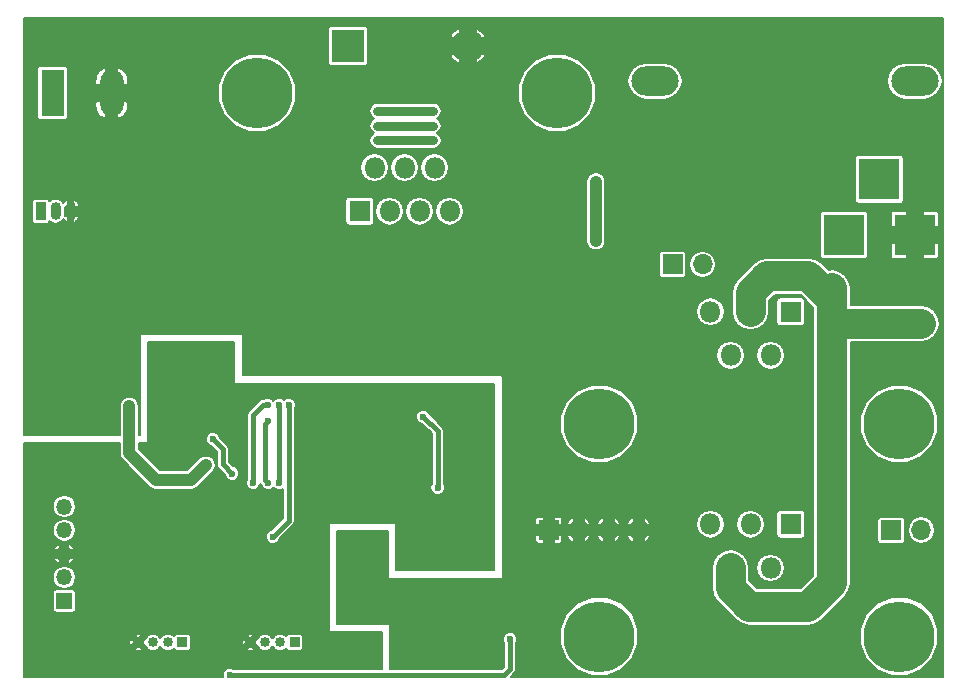
<source format=gbr>
G04 #@! TF.FileFunction,Copper,L2,Bot,Signal*
%FSLAX46Y46*%
G04 Gerber Fmt 4.6, Leading zero omitted, Abs format (unit mm)*
G04 Created by KiCad (PCBNEW 4.0.7-e2-6376~58~ubuntu16.04.1) date Fri Dec 29 21:47:46 2017*
%MOMM*%
%LPD*%
G01*
G04 APERTURE LIST*
%ADD10C,0.100000*%
%ADD11R,3.500000X3.500000*%
%ADD12R,2.800000X2.800000*%
%ADD13O,2.800000X2.800000*%
%ADD14O,4.000000X2.500000*%
%ADD15C,5.999480*%
%ADD16R,1.700000X1.700000*%
%ADD17O,1.700000X1.700000*%
%ADD18R,1.350000X1.350000*%
%ADD19O,1.350000X1.350000*%
%ADD20R,0.850000X0.850000*%
%ADD21C,0.850000*%
%ADD22R,1.980000X3.960000*%
%ADD23O,1.980000X3.960000*%
%ADD24R,1.800000X1.800000*%
%ADD25O,1.800000X1.800000*%
%ADD26O,0.900000X1.500000*%
%ADD27R,0.900000X1.500000*%
%ADD28C,0.600000*%
%ADD29C,0.762000*%
%ADD30C,1.016000*%
%ADD31C,2.540000*%
%ADD32C,0.406400*%
%ADD33C,0.203200*%
G04 APERTURE END LIST*
D10*
D11*
X157000000Y-64000000D03*
X163000000Y-64000000D03*
X160000000Y-59300000D03*
D12*
X115000000Y-48000000D03*
D13*
X125160000Y-48000000D03*
D14*
X163000000Y-51000000D03*
X141000000Y-51000000D03*
D15*
X132700000Y-52000000D03*
X107300000Y-52000000D03*
X161700000Y-80000000D03*
X136300000Y-80000000D03*
X161700000Y-98000000D03*
X136300000Y-98000000D03*
D16*
X142500000Y-66500000D03*
D17*
X145040000Y-66500000D03*
D16*
X161000000Y-71500000D03*
D17*
X163540000Y-71500000D03*
D16*
X161000000Y-89000000D03*
D17*
X163540000Y-89000000D03*
D16*
X132000000Y-89000000D03*
D17*
X134540000Y-89000000D03*
X137080000Y-89000000D03*
X139620000Y-89000000D03*
D18*
X91000000Y-95000000D03*
D19*
X91000000Y-93000000D03*
X91000000Y-91000000D03*
X91000000Y-89000000D03*
X91000000Y-87000000D03*
D20*
X101000000Y-98500000D03*
D21*
X99750000Y-98500000D03*
X98500000Y-98500000D03*
X97250000Y-98500000D03*
D20*
X110500000Y-98500000D03*
D21*
X109250000Y-98500000D03*
X108000000Y-98500000D03*
X106750000Y-98500000D03*
D22*
X90000000Y-52000000D03*
D23*
X95000000Y-52000000D03*
D24*
X116000000Y-62000000D03*
D25*
X117270000Y-58300000D03*
X118540000Y-62000000D03*
X119810000Y-58300000D03*
X121080000Y-62000000D03*
X122350000Y-58300000D03*
X123620000Y-62000000D03*
D26*
X90270000Y-62000000D03*
X91540000Y-62000000D03*
D27*
X89000000Y-62000000D03*
D24*
X152500000Y-70500000D03*
D25*
X150800000Y-74200000D03*
X149100000Y-70500000D03*
X147400000Y-74200000D03*
X145700000Y-70500000D03*
D24*
X152500000Y-88500000D03*
D25*
X150800000Y-92200000D03*
X149100000Y-88500000D03*
X147400000Y-92200000D03*
X145700000Y-88500000D03*
D28*
X105600000Y-78400000D03*
X106800000Y-78400000D03*
X102500000Y-75000000D03*
X101000000Y-75000000D03*
X102000000Y-76000000D03*
X89000000Y-82500000D03*
X89000000Y-84000000D03*
X90500000Y-84000000D03*
X92000000Y-84000000D03*
X92000000Y-82500000D03*
X93500000Y-84000000D03*
X93500000Y-82500000D03*
X126000000Y-79500000D03*
X126000000Y-84500000D03*
X127000000Y-88000000D03*
X127000000Y-90000000D03*
X127000000Y-92000000D03*
X114000000Y-98000000D03*
X116000000Y-98000000D03*
X112400000Y-95600000D03*
X112400000Y-92600000D03*
X96000000Y-96800000D03*
X102600000Y-96800000D03*
X104800000Y-88800000D03*
X125400000Y-100000000D03*
X125400000Y-98800000D03*
X122800000Y-98400000D03*
X122800000Y-95400000D03*
X121600000Y-95400000D03*
X132250000Y-69000000D03*
X97000000Y-77000000D03*
X97000000Y-73000000D03*
X97000000Y-75000000D03*
X89000000Y-78500000D03*
X90500000Y-78500000D03*
X92000000Y-78500000D03*
X92000000Y-80000000D03*
X89000000Y-80000000D03*
X93500000Y-80000000D03*
X93500000Y-78500000D03*
X115500000Y-96000000D03*
X115000000Y-92500000D03*
X158000000Y-69500000D03*
X153500000Y-62000000D03*
X152500000Y-62000000D03*
X144000000Y-84000000D03*
X142500000Y-84000000D03*
X158500000Y-76500000D03*
X153500000Y-78500000D03*
X153500000Y-80500000D03*
X153500000Y-84500000D03*
X156500000Y-98000000D03*
X158500000Y-86000000D03*
X153500000Y-86000000D03*
X155500000Y-98000000D03*
X128000000Y-72000000D03*
X134000000Y-66000000D03*
X132000000Y-66000000D03*
X102500000Y-65000000D03*
X108000000Y-60000000D03*
X106000000Y-60000000D03*
X121000000Y-68400000D03*
X118000000Y-68400000D03*
X115000000Y-68900000D03*
X113500000Y-68900000D03*
X112000000Y-68900000D03*
X102800000Y-68100000D03*
X102000000Y-70600000D03*
X102000000Y-71900000D03*
X94000000Y-71900000D03*
X93000000Y-66000000D03*
X93000000Y-68000000D03*
X95500000Y-59500000D03*
X98000000Y-66000000D03*
X122250000Y-53500000D03*
X117500000Y-53500000D03*
X122250000Y-54750000D03*
X117500000Y-54750000D03*
X122250000Y-56000000D03*
X117500000Y-56000000D03*
X136000000Y-59500000D03*
X136000000Y-64500000D03*
X96500000Y-78500000D03*
X103000000Y-83500000D03*
X128750000Y-98250000D03*
X105000000Y-101250000D03*
X122600000Y-85400000D03*
X121400000Y-79400000D03*
X108250000Y-79750000D03*
X108250000Y-85000000D03*
X108200000Y-78400000D03*
X107000000Y-85000000D03*
X109200000Y-78400000D03*
X109200000Y-85000000D03*
X108635000Y-89565000D03*
X110000000Y-78400000D03*
X103555000Y-81300000D03*
X105200000Y-84200000D03*
D29*
X117500000Y-53500000D02*
X122250000Y-53500000D01*
X117500000Y-54750000D02*
X122250000Y-54750000D01*
X117500000Y-56000000D02*
X122250000Y-56000000D01*
D30*
X136000000Y-64500000D02*
X136000000Y-59500000D01*
X101750000Y-84750000D02*
X103000000Y-83500000D01*
X100500000Y-84750000D02*
X101750000Y-84750000D01*
X98750000Y-84750000D02*
X100500000Y-84750000D01*
X97750000Y-83750000D02*
X98750000Y-84750000D01*
X96500000Y-82500000D02*
X97750000Y-83750000D01*
X96500000Y-78500000D02*
X96500000Y-82500000D01*
D31*
X161000000Y-71500000D02*
X163540000Y-71500000D01*
X156000000Y-71500000D02*
X161000000Y-71500000D01*
X147400000Y-92200000D02*
X147400000Y-93900000D01*
X149100000Y-68900000D02*
X149100000Y-70500000D01*
X150500000Y-67500000D02*
X149100000Y-68900000D01*
X154000000Y-67500000D02*
X150500000Y-67500000D01*
X154500000Y-68000000D02*
X154000000Y-67500000D01*
X156000000Y-69500000D02*
X154500000Y-68000000D01*
X156000000Y-70000000D02*
X156000000Y-69500000D01*
X156000000Y-73500000D02*
X156000000Y-71500000D01*
X156000000Y-71500000D02*
X156000000Y-70000000D01*
X156000000Y-68500000D02*
X156000000Y-73500000D01*
X156000000Y-71000000D02*
X156000000Y-68500000D01*
X156000000Y-93500000D02*
X156000000Y-71000000D01*
X154000000Y-95500000D02*
X156000000Y-93500000D01*
X149000000Y-95500000D02*
X154000000Y-95500000D01*
X147400000Y-93900000D02*
X149000000Y-95500000D01*
D32*
X128750000Y-100750000D02*
X128750000Y-98250000D01*
X128250000Y-101250000D02*
X128750000Y-100750000D01*
X105000000Y-101250000D02*
X128250000Y-101250000D01*
X122600000Y-80600000D02*
X122600000Y-85400000D01*
X121400000Y-79400000D02*
X122600000Y-80600000D01*
X108000000Y-80000000D02*
X108250000Y-79750000D01*
X108000000Y-84750000D02*
X108000000Y-80000000D01*
X108250000Y-85000000D02*
X108000000Y-84750000D01*
X107850000Y-78400000D02*
X108200000Y-78400000D01*
X107000000Y-79250000D02*
X107850000Y-78400000D01*
X107000000Y-85000000D02*
X107000000Y-79250000D01*
X109200000Y-85000000D02*
X109200000Y-78400000D01*
X108635000Y-89565000D02*
X110000000Y-88200000D01*
X110000000Y-88200000D02*
X110000000Y-78400000D01*
X104400000Y-83400000D02*
X105200000Y-84200000D01*
X104400000Y-82145000D02*
X104400000Y-83400000D01*
X104400000Y-82145000D02*
X103555000Y-81300000D01*
D33*
G36*
X165398400Y-101398400D02*
X128820020Y-101398400D01*
X129109210Y-101109210D01*
X129219331Y-100944403D01*
X129258000Y-100750000D01*
X129258000Y-98654430D01*
X132994887Y-98654430D01*
X133496914Y-99869426D01*
X134425684Y-100799819D01*
X135639803Y-101303965D01*
X136954430Y-101305113D01*
X138169426Y-100803086D01*
X139099819Y-99874316D01*
X139603965Y-98660197D01*
X139603970Y-98654430D01*
X158394887Y-98654430D01*
X158896914Y-99869426D01*
X159825684Y-100799819D01*
X161039803Y-101303965D01*
X162354430Y-101305113D01*
X163569426Y-100803086D01*
X164499819Y-99874316D01*
X165003965Y-98660197D01*
X165005113Y-97345570D01*
X164503086Y-96130574D01*
X163574316Y-95200181D01*
X162360197Y-94696035D01*
X161045570Y-94694887D01*
X159830574Y-95196914D01*
X158900181Y-96125684D01*
X158396035Y-97339803D01*
X158394887Y-98654430D01*
X139603970Y-98654430D01*
X139605113Y-97345570D01*
X139103086Y-96130574D01*
X138174316Y-95200181D01*
X136960197Y-94696035D01*
X135645570Y-94694887D01*
X134430574Y-95196914D01*
X133500181Y-96125684D01*
X132996035Y-97339803D01*
X132994887Y-98654430D01*
X129258000Y-98654430D01*
X129258000Y-98597457D01*
X129262426Y-98593039D01*
X129354695Y-98370830D01*
X129354905Y-98130226D01*
X129263024Y-97907856D01*
X129093039Y-97737574D01*
X128870830Y-97645305D01*
X128630226Y-97645095D01*
X128407856Y-97736976D01*
X128237574Y-97906961D01*
X128145305Y-98129170D01*
X128145095Y-98369774D01*
X128236976Y-98592144D01*
X128242000Y-98597177D01*
X128242000Y-100539580D01*
X128039580Y-100742000D01*
X118601600Y-100742000D01*
X118601600Y-97000000D01*
X118593595Y-96960472D01*
X118570843Y-96927172D01*
X118536927Y-96905348D01*
X118500000Y-96898400D01*
X114101600Y-96898400D01*
X114101600Y-89101600D01*
X118398400Y-89101600D01*
X118398400Y-93000000D01*
X118406405Y-93039528D01*
X118429157Y-93072828D01*
X118463073Y-93094652D01*
X118500000Y-93101600D01*
X128000000Y-93101600D01*
X128039528Y-93093595D01*
X128072828Y-93070843D01*
X128094652Y-93036927D01*
X128101600Y-93000000D01*
X128101600Y-92200000D01*
X145825200Y-92200000D01*
X145825200Y-93900000D01*
X145945075Y-94502650D01*
X146208805Y-94897351D01*
X146286448Y-95013552D01*
X147886448Y-96613552D01*
X148397350Y-96954925D01*
X148497337Y-96974814D01*
X149000000Y-97074801D01*
X149000005Y-97074800D01*
X154000000Y-97074800D01*
X154602650Y-96954925D01*
X155113552Y-96613552D01*
X157113552Y-94613552D01*
X157454925Y-94102650D01*
X157574800Y-93500000D01*
X157574800Y-88150000D01*
X159839229Y-88150000D01*
X159839229Y-89850000D01*
X159860482Y-89962952D01*
X159927237Y-90066692D01*
X160029093Y-90136287D01*
X160150000Y-90160771D01*
X161850000Y-90160771D01*
X161962952Y-90139518D01*
X162066692Y-90072763D01*
X162136287Y-89970907D01*
X162160771Y-89850000D01*
X162160771Y-88977376D01*
X162385200Y-88977376D01*
X162385200Y-89022624D01*
X162473104Y-89464547D01*
X162723433Y-89839191D01*
X163098077Y-90089520D01*
X163540000Y-90177424D01*
X163981923Y-90089520D01*
X164356567Y-89839191D01*
X164606896Y-89464547D01*
X164694800Y-89022624D01*
X164694800Y-88977376D01*
X164606896Y-88535453D01*
X164356567Y-88160809D01*
X163981923Y-87910480D01*
X163540000Y-87822576D01*
X163098077Y-87910480D01*
X162723433Y-88160809D01*
X162473104Y-88535453D01*
X162385200Y-88977376D01*
X162160771Y-88977376D01*
X162160771Y-88150000D01*
X162139518Y-88037048D01*
X162072763Y-87933308D01*
X161970907Y-87863713D01*
X161850000Y-87839229D01*
X160150000Y-87839229D01*
X160037048Y-87860482D01*
X159933308Y-87927237D01*
X159863713Y-88029093D01*
X159839229Y-88150000D01*
X157574800Y-88150000D01*
X157574800Y-80654430D01*
X158394887Y-80654430D01*
X158896914Y-81869426D01*
X159825684Y-82799819D01*
X161039803Y-83303965D01*
X162354430Y-83305113D01*
X163569426Y-82803086D01*
X164499819Y-81874316D01*
X165003965Y-80660197D01*
X165005113Y-79345570D01*
X164503086Y-78130574D01*
X163574316Y-77200181D01*
X162360197Y-76696035D01*
X161045570Y-76694887D01*
X159830574Y-77196914D01*
X158900181Y-78125684D01*
X158396035Y-79339803D01*
X158394887Y-80654430D01*
X157574800Y-80654430D01*
X157574800Y-73074800D01*
X163540000Y-73074800D01*
X164142650Y-72954925D01*
X164653552Y-72613552D01*
X164994925Y-72102650D01*
X165114800Y-71500000D01*
X164994925Y-70897350D01*
X164653552Y-70386448D01*
X164142650Y-70045075D01*
X163540000Y-69925200D01*
X157574800Y-69925200D01*
X157574800Y-68500000D01*
X157454925Y-67897350D01*
X157113552Y-67386448D01*
X156602650Y-67045075D01*
X156000000Y-66925200D01*
X155709991Y-66982887D01*
X155113552Y-66386448D01*
X154602650Y-66045075D01*
X154000000Y-65925200D01*
X150500000Y-65925200D01*
X149897350Y-66045075D01*
X149386448Y-66386448D01*
X147986448Y-67786448D01*
X147645075Y-68297350D01*
X147525200Y-68900000D01*
X147525200Y-70500000D01*
X147645075Y-71102650D01*
X147986448Y-71613552D01*
X148497350Y-71954925D01*
X149100000Y-72074800D01*
X149702650Y-71954925D01*
X150213552Y-71613552D01*
X150554925Y-71102650D01*
X150674800Y-70500000D01*
X150674800Y-69600000D01*
X151289229Y-69600000D01*
X151289229Y-71400000D01*
X151310482Y-71512952D01*
X151377237Y-71616692D01*
X151479093Y-71686287D01*
X151600000Y-71710771D01*
X153400000Y-71710771D01*
X153512952Y-71689518D01*
X153616692Y-71622763D01*
X153686287Y-71520907D01*
X153710771Y-71400000D01*
X153710771Y-69600000D01*
X153689518Y-69487048D01*
X153622763Y-69383308D01*
X153520907Y-69313713D01*
X153400000Y-69289229D01*
X151600000Y-69289229D01*
X151487048Y-69310482D01*
X151383308Y-69377237D01*
X151313713Y-69479093D01*
X151289229Y-69600000D01*
X150674800Y-69600000D01*
X150674800Y-69552304D01*
X151152304Y-69074800D01*
X153347696Y-69074800D01*
X154425200Y-70152304D01*
X154425200Y-92847696D01*
X153347696Y-93925200D01*
X149652304Y-93925200D01*
X148974800Y-93247696D01*
X148974800Y-92200000D01*
X149571597Y-92200000D01*
X149663307Y-92661057D01*
X149924475Y-93051922D01*
X150315340Y-93313090D01*
X150776397Y-93404800D01*
X150823603Y-93404800D01*
X151284660Y-93313090D01*
X151675525Y-93051922D01*
X151936693Y-92661057D01*
X152028403Y-92200000D01*
X151936693Y-91738943D01*
X151675525Y-91348078D01*
X151284660Y-91086910D01*
X150823603Y-90995200D01*
X150776397Y-90995200D01*
X150315340Y-91086910D01*
X149924475Y-91348078D01*
X149663307Y-91738943D01*
X149571597Y-92200000D01*
X148974800Y-92200000D01*
X148854925Y-91597350D01*
X148513552Y-91086448D01*
X148002650Y-90745075D01*
X147400000Y-90625200D01*
X146797350Y-90745075D01*
X146286448Y-91086448D01*
X145945075Y-91597350D01*
X145825200Y-92200000D01*
X128101600Y-92200000D01*
X128101600Y-89501200D01*
X130845200Y-89501200D01*
X130845200Y-89910628D01*
X130891603Y-90022655D01*
X130977344Y-90108397D01*
X131089371Y-90154800D01*
X131498800Y-90154800D01*
X131575000Y-90078600D01*
X131575000Y-89425000D01*
X132425000Y-89425000D01*
X132425000Y-90078600D01*
X132501200Y-90154800D01*
X132910629Y-90154800D01*
X133022656Y-90108397D01*
X133108397Y-90022655D01*
X133154800Y-89910628D01*
X133154800Y-89501200D01*
X133078600Y-89425000D01*
X133542406Y-89425000D01*
X133545911Y-89587746D01*
X133846502Y-89923428D01*
X133952261Y-89994046D01*
X134115000Y-89991339D01*
X134115000Y-89425000D01*
X134965000Y-89425000D01*
X134965000Y-89991339D01*
X135127739Y-89994046D01*
X135233498Y-89923428D01*
X135534089Y-89587746D01*
X135537594Y-89425000D01*
X136082406Y-89425000D01*
X136085911Y-89587746D01*
X136386502Y-89923428D01*
X136492261Y-89994046D01*
X136655000Y-89991339D01*
X136655000Y-89425000D01*
X137505000Y-89425000D01*
X137505000Y-89991339D01*
X137667739Y-89994046D01*
X137773498Y-89923428D01*
X138074089Y-89587746D01*
X138077594Y-89425000D01*
X138622406Y-89425000D01*
X138625911Y-89587746D01*
X138926502Y-89923428D01*
X139032261Y-89994046D01*
X139195000Y-89991339D01*
X139195000Y-89425000D01*
X140045000Y-89425000D01*
X140045000Y-89991339D01*
X140207739Y-89994046D01*
X140313498Y-89923428D01*
X140614089Y-89587746D01*
X140617594Y-89425000D01*
X140045000Y-89425000D01*
X139195000Y-89425000D01*
X138622406Y-89425000D01*
X138077594Y-89425000D01*
X137505000Y-89425000D01*
X136655000Y-89425000D01*
X136082406Y-89425000D01*
X135537594Y-89425000D01*
X134965000Y-89425000D01*
X134115000Y-89425000D01*
X133542406Y-89425000D01*
X133078600Y-89425000D01*
X132425000Y-89425000D01*
X131575000Y-89425000D01*
X130921400Y-89425000D01*
X130845200Y-89501200D01*
X128101600Y-89501200D01*
X128101600Y-88089372D01*
X130845200Y-88089372D01*
X130845200Y-88498800D01*
X130921400Y-88575000D01*
X131575000Y-88575000D01*
X131575000Y-87921400D01*
X132425000Y-87921400D01*
X132425000Y-88575000D01*
X133078600Y-88575000D01*
X133542406Y-88575000D01*
X134115000Y-88575000D01*
X134115000Y-88008661D01*
X134965000Y-88008661D01*
X134965000Y-88575000D01*
X135537594Y-88575000D01*
X136082406Y-88575000D01*
X136655000Y-88575000D01*
X136655000Y-88008661D01*
X137505000Y-88008661D01*
X137505000Y-88575000D01*
X138077594Y-88575000D01*
X138622406Y-88575000D01*
X139195000Y-88575000D01*
X139195000Y-88008661D01*
X140045000Y-88008661D01*
X140045000Y-88575000D01*
X140617594Y-88575000D01*
X140615979Y-88500000D01*
X144471597Y-88500000D01*
X144563307Y-88961057D01*
X144824475Y-89351922D01*
X145215340Y-89613090D01*
X145676397Y-89704800D01*
X145723603Y-89704800D01*
X146184660Y-89613090D01*
X146575525Y-89351922D01*
X146836693Y-88961057D01*
X146928403Y-88500000D01*
X147871597Y-88500000D01*
X147963307Y-88961057D01*
X148224475Y-89351922D01*
X148615340Y-89613090D01*
X149076397Y-89704800D01*
X149123603Y-89704800D01*
X149584660Y-89613090D01*
X149975525Y-89351922D01*
X150236693Y-88961057D01*
X150328403Y-88500000D01*
X150236693Y-88038943D01*
X149975525Y-87648078D01*
X149903572Y-87600000D01*
X151289229Y-87600000D01*
X151289229Y-89400000D01*
X151310482Y-89512952D01*
X151377237Y-89616692D01*
X151479093Y-89686287D01*
X151600000Y-89710771D01*
X153400000Y-89710771D01*
X153512952Y-89689518D01*
X153616692Y-89622763D01*
X153686287Y-89520907D01*
X153710771Y-89400000D01*
X153710771Y-87600000D01*
X153689518Y-87487048D01*
X153622763Y-87383308D01*
X153520907Y-87313713D01*
X153400000Y-87289229D01*
X151600000Y-87289229D01*
X151487048Y-87310482D01*
X151383308Y-87377237D01*
X151313713Y-87479093D01*
X151289229Y-87600000D01*
X149903572Y-87600000D01*
X149584660Y-87386910D01*
X149123603Y-87295200D01*
X149076397Y-87295200D01*
X148615340Y-87386910D01*
X148224475Y-87648078D01*
X147963307Y-88038943D01*
X147871597Y-88500000D01*
X146928403Y-88500000D01*
X146836693Y-88038943D01*
X146575525Y-87648078D01*
X146184660Y-87386910D01*
X145723603Y-87295200D01*
X145676397Y-87295200D01*
X145215340Y-87386910D01*
X144824475Y-87648078D01*
X144563307Y-88038943D01*
X144471597Y-88500000D01*
X140615979Y-88500000D01*
X140614089Y-88412254D01*
X140313498Y-88076572D01*
X140207739Y-88005954D01*
X140045000Y-88008661D01*
X139195000Y-88008661D01*
X139032261Y-88005954D01*
X138926502Y-88076572D01*
X138625911Y-88412254D01*
X138622406Y-88575000D01*
X138077594Y-88575000D01*
X138074089Y-88412254D01*
X137773498Y-88076572D01*
X137667739Y-88005954D01*
X137505000Y-88008661D01*
X136655000Y-88008661D01*
X136492261Y-88005954D01*
X136386502Y-88076572D01*
X136085911Y-88412254D01*
X136082406Y-88575000D01*
X135537594Y-88575000D01*
X135534089Y-88412254D01*
X135233498Y-88076572D01*
X135127739Y-88005954D01*
X134965000Y-88008661D01*
X134115000Y-88008661D01*
X133952261Y-88005954D01*
X133846502Y-88076572D01*
X133545911Y-88412254D01*
X133542406Y-88575000D01*
X133078600Y-88575000D01*
X133154800Y-88498800D01*
X133154800Y-88089372D01*
X133108397Y-87977345D01*
X133022656Y-87891603D01*
X132910629Y-87845200D01*
X132501200Y-87845200D01*
X132425000Y-87921400D01*
X131575000Y-87921400D01*
X131498800Y-87845200D01*
X131089371Y-87845200D01*
X130977344Y-87891603D01*
X130891603Y-87977345D01*
X130845200Y-88089372D01*
X128101600Y-88089372D01*
X128101600Y-80654430D01*
X132994887Y-80654430D01*
X133496914Y-81869426D01*
X134425684Y-82799819D01*
X135639803Y-83303965D01*
X136954430Y-83305113D01*
X138169426Y-82803086D01*
X139099819Y-81874316D01*
X139603965Y-80660197D01*
X139605113Y-79345570D01*
X139103086Y-78130574D01*
X138174316Y-77200181D01*
X136960197Y-76696035D01*
X135645570Y-76694887D01*
X134430574Y-77196914D01*
X133500181Y-78125684D01*
X132996035Y-79339803D01*
X132994887Y-80654430D01*
X128101600Y-80654430D01*
X128101600Y-76000000D01*
X128093595Y-75960472D01*
X128070843Y-75927172D01*
X128036927Y-75905348D01*
X128000000Y-75898400D01*
X106101600Y-75898400D01*
X106101600Y-74200000D01*
X146171597Y-74200000D01*
X146263307Y-74661057D01*
X146524475Y-75051922D01*
X146915340Y-75313090D01*
X147376397Y-75404800D01*
X147423603Y-75404800D01*
X147884660Y-75313090D01*
X148275525Y-75051922D01*
X148536693Y-74661057D01*
X148628403Y-74200000D01*
X149571597Y-74200000D01*
X149663307Y-74661057D01*
X149924475Y-75051922D01*
X150315340Y-75313090D01*
X150776397Y-75404800D01*
X150823603Y-75404800D01*
X151284660Y-75313090D01*
X151675525Y-75051922D01*
X151936693Y-74661057D01*
X152028403Y-74200000D01*
X151936693Y-73738943D01*
X151675525Y-73348078D01*
X151284660Y-73086910D01*
X150823603Y-72995200D01*
X150776397Y-72995200D01*
X150315340Y-73086910D01*
X149924475Y-73348078D01*
X149663307Y-73738943D01*
X149571597Y-74200000D01*
X148628403Y-74200000D01*
X148536693Y-73738943D01*
X148275525Y-73348078D01*
X147884660Y-73086910D01*
X147423603Y-72995200D01*
X147376397Y-72995200D01*
X146915340Y-73086910D01*
X146524475Y-73348078D01*
X146263307Y-73738943D01*
X146171597Y-74200000D01*
X106101600Y-74200000D01*
X106101600Y-72500000D01*
X106093595Y-72460472D01*
X106070843Y-72427172D01*
X106036927Y-72405348D01*
X106000000Y-72398400D01*
X97500000Y-72398400D01*
X97460472Y-72406405D01*
X97427172Y-72429157D01*
X97405348Y-72463073D01*
X97398400Y-72500000D01*
X97398400Y-80898400D01*
X97312800Y-80898400D01*
X97312800Y-78500000D01*
X97250929Y-78188955D01*
X97074736Y-77925264D01*
X96811045Y-77749071D01*
X96500000Y-77687200D01*
X96188955Y-77749071D01*
X95925264Y-77925264D01*
X95749071Y-78188955D01*
X95687200Y-78500000D01*
X95687200Y-80898400D01*
X87601600Y-80898400D01*
X87601600Y-70500000D01*
X144471597Y-70500000D01*
X144563307Y-70961057D01*
X144824475Y-71351922D01*
X145215340Y-71613090D01*
X145676397Y-71704800D01*
X145723603Y-71704800D01*
X146184660Y-71613090D01*
X146575525Y-71351922D01*
X146836693Y-70961057D01*
X146928403Y-70500000D01*
X146836693Y-70038943D01*
X146575525Y-69648078D01*
X146184660Y-69386910D01*
X145723603Y-69295200D01*
X145676397Y-69295200D01*
X145215340Y-69386910D01*
X144824475Y-69648078D01*
X144563307Y-70038943D01*
X144471597Y-70500000D01*
X87601600Y-70500000D01*
X87601600Y-65650000D01*
X141339229Y-65650000D01*
X141339229Y-67350000D01*
X141360482Y-67462952D01*
X141427237Y-67566692D01*
X141529093Y-67636287D01*
X141650000Y-67660771D01*
X143350000Y-67660771D01*
X143462952Y-67639518D01*
X143566692Y-67572763D01*
X143636287Y-67470907D01*
X143660771Y-67350000D01*
X143660771Y-66477376D01*
X143885200Y-66477376D01*
X143885200Y-66522624D01*
X143973104Y-66964547D01*
X144223433Y-67339191D01*
X144598077Y-67589520D01*
X145040000Y-67677424D01*
X145481923Y-67589520D01*
X145856567Y-67339191D01*
X146106896Y-66964547D01*
X146194800Y-66522624D01*
X146194800Y-66477376D01*
X146106896Y-66035453D01*
X145856567Y-65660809D01*
X145481923Y-65410480D01*
X145040000Y-65322576D01*
X144598077Y-65410480D01*
X144223433Y-65660809D01*
X143973104Y-66035453D01*
X143885200Y-66477376D01*
X143660771Y-66477376D01*
X143660771Y-65650000D01*
X143639518Y-65537048D01*
X143572763Y-65433308D01*
X143470907Y-65363713D01*
X143350000Y-65339229D01*
X141650000Y-65339229D01*
X141537048Y-65360482D01*
X141433308Y-65427237D01*
X141363713Y-65529093D01*
X141339229Y-65650000D01*
X87601600Y-65650000D01*
X87601600Y-61250000D01*
X88239229Y-61250000D01*
X88239229Y-62750000D01*
X88260482Y-62862952D01*
X88327237Y-62966692D01*
X88429093Y-63036287D01*
X88550000Y-63060771D01*
X89450000Y-63060771D01*
X89562952Y-63039518D01*
X89666692Y-62972763D01*
X89736287Y-62870907D01*
X89739232Y-62856364D01*
X89981151Y-63018009D01*
X90270000Y-63075465D01*
X90558849Y-63018009D01*
X90803724Y-62854389D01*
X90919059Y-62681777D01*
X90951691Y-62748479D01*
X91168099Y-62939477D01*
X91205061Y-62976417D01*
X91315000Y-62940213D01*
X91315000Y-62375000D01*
X91765000Y-62375000D01*
X91765000Y-62940213D01*
X91874939Y-62976417D01*
X91911901Y-62939477D01*
X92128309Y-62748479D01*
X92255152Y-62489204D01*
X92199745Y-62375000D01*
X91765000Y-62375000D01*
X91315000Y-62375000D01*
X91090000Y-62375000D01*
X91090000Y-61625000D01*
X91315000Y-61625000D01*
X91315000Y-61059787D01*
X91765000Y-61059787D01*
X91765000Y-61625000D01*
X92199745Y-61625000D01*
X92255152Y-61510796D01*
X92128309Y-61251521D01*
X91956630Y-61100000D01*
X114789229Y-61100000D01*
X114789229Y-62900000D01*
X114810482Y-63012952D01*
X114877237Y-63116692D01*
X114979093Y-63186287D01*
X115100000Y-63210771D01*
X116900000Y-63210771D01*
X117012952Y-63189518D01*
X117116692Y-63122763D01*
X117186287Y-63020907D01*
X117210771Y-62900000D01*
X117210771Y-62000000D01*
X117311597Y-62000000D01*
X117403307Y-62461057D01*
X117664475Y-62851922D01*
X118055340Y-63113090D01*
X118516397Y-63204800D01*
X118563603Y-63204800D01*
X119024660Y-63113090D01*
X119415525Y-62851922D01*
X119676693Y-62461057D01*
X119768403Y-62000000D01*
X119851597Y-62000000D01*
X119943307Y-62461057D01*
X120204475Y-62851922D01*
X120595340Y-63113090D01*
X121056397Y-63204800D01*
X121103603Y-63204800D01*
X121564660Y-63113090D01*
X121955525Y-62851922D01*
X122216693Y-62461057D01*
X122308403Y-62000000D01*
X122391597Y-62000000D01*
X122483307Y-62461057D01*
X122744475Y-62851922D01*
X123135340Y-63113090D01*
X123596397Y-63204800D01*
X123643603Y-63204800D01*
X124104660Y-63113090D01*
X124495525Y-62851922D01*
X124756693Y-62461057D01*
X124848403Y-62000000D01*
X124756693Y-61538943D01*
X124495525Y-61148078D01*
X124104660Y-60886910D01*
X123643603Y-60795200D01*
X123596397Y-60795200D01*
X123135340Y-60886910D01*
X122744475Y-61148078D01*
X122483307Y-61538943D01*
X122391597Y-62000000D01*
X122308403Y-62000000D01*
X122216693Y-61538943D01*
X121955525Y-61148078D01*
X121564660Y-60886910D01*
X121103603Y-60795200D01*
X121056397Y-60795200D01*
X120595340Y-60886910D01*
X120204475Y-61148078D01*
X119943307Y-61538943D01*
X119851597Y-62000000D01*
X119768403Y-62000000D01*
X119676693Y-61538943D01*
X119415525Y-61148078D01*
X119024660Y-60886910D01*
X118563603Y-60795200D01*
X118516397Y-60795200D01*
X118055340Y-60886910D01*
X117664475Y-61148078D01*
X117403307Y-61538943D01*
X117311597Y-62000000D01*
X117210771Y-62000000D01*
X117210771Y-61100000D01*
X117189518Y-60987048D01*
X117122763Y-60883308D01*
X117020907Y-60813713D01*
X116900000Y-60789229D01*
X115100000Y-60789229D01*
X114987048Y-60810482D01*
X114883308Y-60877237D01*
X114813713Y-60979093D01*
X114789229Y-61100000D01*
X91956630Y-61100000D01*
X91911901Y-61060523D01*
X91874939Y-61023583D01*
X91765000Y-61059787D01*
X91315000Y-61059787D01*
X91205061Y-61023583D01*
X91168099Y-61060523D01*
X90951691Y-61251521D01*
X90919059Y-61318223D01*
X90803724Y-61145611D01*
X90558849Y-60981991D01*
X90270000Y-60924535D01*
X89981151Y-60981991D01*
X89740587Y-61142730D01*
X89739518Y-61137048D01*
X89672763Y-61033308D01*
X89570907Y-60963713D01*
X89450000Y-60939229D01*
X88550000Y-60939229D01*
X88437048Y-60960482D01*
X88333308Y-61027237D01*
X88263713Y-61129093D01*
X88239229Y-61250000D01*
X87601600Y-61250000D01*
X87601600Y-58300000D01*
X116041597Y-58300000D01*
X116133307Y-58761057D01*
X116394475Y-59151922D01*
X116785340Y-59413090D01*
X117246397Y-59504800D01*
X117293603Y-59504800D01*
X117754660Y-59413090D01*
X118145525Y-59151922D01*
X118406693Y-58761057D01*
X118498403Y-58300000D01*
X118581597Y-58300000D01*
X118673307Y-58761057D01*
X118934475Y-59151922D01*
X119325340Y-59413090D01*
X119786397Y-59504800D01*
X119833603Y-59504800D01*
X120294660Y-59413090D01*
X120685525Y-59151922D01*
X120946693Y-58761057D01*
X121038403Y-58300000D01*
X121121597Y-58300000D01*
X121213307Y-58761057D01*
X121474475Y-59151922D01*
X121865340Y-59413090D01*
X122326397Y-59504800D01*
X122373603Y-59504800D01*
X122397734Y-59500000D01*
X135187200Y-59500000D01*
X135187200Y-64500000D01*
X135249071Y-64811045D01*
X135425264Y-65074736D01*
X135688955Y-65250929D01*
X136000000Y-65312800D01*
X136311045Y-65250929D01*
X136574736Y-65074736D01*
X136750929Y-64811045D01*
X136812800Y-64500000D01*
X136812800Y-62250000D01*
X154939229Y-62250000D01*
X154939229Y-65750000D01*
X154960482Y-65862952D01*
X155027237Y-65966692D01*
X155129093Y-66036287D01*
X155250000Y-66060771D01*
X158750000Y-66060771D01*
X158862952Y-66039518D01*
X158966692Y-65972763D01*
X159036287Y-65870907D01*
X159060771Y-65750000D01*
X159060771Y-64736600D01*
X160945200Y-64736600D01*
X160945200Y-65810629D01*
X160991603Y-65922656D01*
X161077345Y-66008397D01*
X161189372Y-66054800D01*
X162263400Y-66054800D01*
X162339600Y-65978600D01*
X162339600Y-64660400D01*
X163660400Y-64660400D01*
X163660400Y-65978600D01*
X163736600Y-66054800D01*
X164810628Y-66054800D01*
X164922655Y-66008397D01*
X165008397Y-65922656D01*
X165054800Y-65810629D01*
X165054800Y-64736600D01*
X164978600Y-64660400D01*
X163660400Y-64660400D01*
X162339600Y-64660400D01*
X161021400Y-64660400D01*
X160945200Y-64736600D01*
X159060771Y-64736600D01*
X159060771Y-62250000D01*
X159049364Y-62189371D01*
X160945200Y-62189371D01*
X160945200Y-63263400D01*
X161021400Y-63339600D01*
X162339600Y-63339600D01*
X162339600Y-62021400D01*
X163660400Y-62021400D01*
X163660400Y-63339600D01*
X164978600Y-63339600D01*
X165054800Y-63263400D01*
X165054800Y-62189371D01*
X165008397Y-62077344D01*
X164922655Y-61991603D01*
X164810628Y-61945200D01*
X163736600Y-61945200D01*
X163660400Y-62021400D01*
X162339600Y-62021400D01*
X162263400Y-61945200D01*
X161189372Y-61945200D01*
X161077345Y-61991603D01*
X160991603Y-62077344D01*
X160945200Y-62189371D01*
X159049364Y-62189371D01*
X159039518Y-62137048D01*
X158972763Y-62033308D01*
X158870907Y-61963713D01*
X158750000Y-61939229D01*
X155250000Y-61939229D01*
X155137048Y-61960482D01*
X155033308Y-62027237D01*
X154963713Y-62129093D01*
X154939229Y-62250000D01*
X136812800Y-62250000D01*
X136812800Y-59500000D01*
X136750929Y-59188955D01*
X136574736Y-58925264D01*
X136311045Y-58749071D01*
X136000000Y-58687200D01*
X135688955Y-58749071D01*
X135425264Y-58925264D01*
X135249071Y-59188955D01*
X135187200Y-59500000D01*
X122397734Y-59500000D01*
X122834660Y-59413090D01*
X123225525Y-59151922D01*
X123486693Y-58761057D01*
X123578403Y-58300000D01*
X123486693Y-57838943D01*
X123293628Y-57550000D01*
X157939229Y-57550000D01*
X157939229Y-61050000D01*
X157960482Y-61162952D01*
X158027237Y-61266692D01*
X158129093Y-61336287D01*
X158250000Y-61360771D01*
X161750000Y-61360771D01*
X161862952Y-61339518D01*
X161966692Y-61272763D01*
X162036287Y-61170907D01*
X162060771Y-61050000D01*
X162060771Y-57550000D01*
X162039518Y-57437048D01*
X161972763Y-57333308D01*
X161870907Y-57263713D01*
X161750000Y-57239229D01*
X158250000Y-57239229D01*
X158137048Y-57260482D01*
X158033308Y-57327237D01*
X157963713Y-57429093D01*
X157939229Y-57550000D01*
X123293628Y-57550000D01*
X123225525Y-57448078D01*
X122834660Y-57186910D01*
X122373603Y-57095200D01*
X122326397Y-57095200D01*
X121865340Y-57186910D01*
X121474475Y-57448078D01*
X121213307Y-57838943D01*
X121121597Y-58300000D01*
X121038403Y-58300000D01*
X120946693Y-57838943D01*
X120685525Y-57448078D01*
X120294660Y-57186910D01*
X119833603Y-57095200D01*
X119786397Y-57095200D01*
X119325340Y-57186910D01*
X118934475Y-57448078D01*
X118673307Y-57838943D01*
X118581597Y-58300000D01*
X118498403Y-58300000D01*
X118406693Y-57838943D01*
X118145525Y-57448078D01*
X117754660Y-57186910D01*
X117293603Y-57095200D01*
X117246397Y-57095200D01*
X116785340Y-57186910D01*
X116394475Y-57448078D01*
X116133307Y-57838943D01*
X116041597Y-58300000D01*
X87601600Y-58300000D01*
X87601600Y-50020000D01*
X88699229Y-50020000D01*
X88699229Y-53980000D01*
X88720482Y-54092952D01*
X88787237Y-54196692D01*
X88889093Y-54266287D01*
X89010000Y-54290771D01*
X90990000Y-54290771D01*
X91102952Y-54269518D01*
X91206692Y-54202763D01*
X91276287Y-54100907D01*
X91300771Y-53980000D01*
X91300771Y-52879753D01*
X93589120Y-52879753D01*
X93654327Y-53428065D01*
X93924400Y-53909686D01*
X94323929Y-54094281D01*
X94505000Y-54103535D01*
X94505000Y-52660400D01*
X95495000Y-52660400D01*
X95495000Y-54103535D01*
X95676071Y-54094281D01*
X96075600Y-53909686D01*
X96345673Y-53428065D01*
X96410880Y-52879753D01*
X96300063Y-52660400D01*
X95495000Y-52660400D01*
X94505000Y-52660400D01*
X93699937Y-52660400D01*
X93589120Y-52879753D01*
X91300771Y-52879753D01*
X91300771Y-52654430D01*
X103994887Y-52654430D01*
X104496914Y-53869426D01*
X105425684Y-54799819D01*
X106639803Y-55303965D01*
X107954430Y-55305113D01*
X109169426Y-54803086D01*
X110099819Y-53874316D01*
X110255248Y-53500000D01*
X116814200Y-53500000D01*
X116866403Y-53762444D01*
X117015066Y-53984934D01*
X117224690Y-54125000D01*
X117015066Y-54265066D01*
X116866403Y-54487556D01*
X116814200Y-54750000D01*
X116866403Y-55012444D01*
X117015066Y-55234934D01*
X117224690Y-55375000D01*
X117015066Y-55515066D01*
X116866403Y-55737556D01*
X116814200Y-56000000D01*
X116866403Y-56262444D01*
X117015066Y-56484934D01*
X117237556Y-56633597D01*
X117500000Y-56685800D01*
X122250000Y-56685800D01*
X122512444Y-56633597D01*
X122734934Y-56484934D01*
X122883597Y-56262444D01*
X122935800Y-56000000D01*
X122883597Y-55737556D01*
X122734934Y-55515066D01*
X122525310Y-55375000D01*
X122734934Y-55234934D01*
X122883597Y-55012444D01*
X122935800Y-54750000D01*
X122883597Y-54487556D01*
X122734934Y-54265066D01*
X122525310Y-54125000D01*
X122734934Y-53984934D01*
X122883597Y-53762444D01*
X122935800Y-53500000D01*
X122883597Y-53237556D01*
X122734934Y-53015066D01*
X122512444Y-52866403D01*
X122250000Y-52814200D01*
X117500000Y-52814200D01*
X117237556Y-52866403D01*
X117015066Y-53015066D01*
X116866403Y-53237556D01*
X116814200Y-53500000D01*
X110255248Y-53500000D01*
X110603965Y-52660197D01*
X110603970Y-52654430D01*
X129394887Y-52654430D01*
X129896914Y-53869426D01*
X130825684Y-54799819D01*
X132039803Y-55303965D01*
X133354430Y-55305113D01*
X134569426Y-54803086D01*
X135499819Y-53874316D01*
X136003965Y-52660197D01*
X136005113Y-51345570D01*
X135862327Y-51000000D01*
X138650046Y-51000000D01*
X138768398Y-51594996D01*
X139105436Y-52099410D01*
X139609850Y-52436448D01*
X140204846Y-52554800D01*
X141795154Y-52554800D01*
X142390150Y-52436448D01*
X142894564Y-52099410D01*
X143231602Y-51594996D01*
X143349954Y-51000000D01*
X160650046Y-51000000D01*
X160768398Y-51594996D01*
X161105436Y-52099410D01*
X161609850Y-52436448D01*
X162204846Y-52554800D01*
X163795154Y-52554800D01*
X164390150Y-52436448D01*
X164894564Y-52099410D01*
X165231602Y-51594996D01*
X165349954Y-51000000D01*
X165231602Y-50405004D01*
X164894564Y-49900590D01*
X164390150Y-49563552D01*
X163795154Y-49445200D01*
X162204846Y-49445200D01*
X161609850Y-49563552D01*
X161105436Y-49900590D01*
X160768398Y-50405004D01*
X160650046Y-51000000D01*
X143349954Y-51000000D01*
X143231602Y-50405004D01*
X142894564Y-49900590D01*
X142390150Y-49563552D01*
X141795154Y-49445200D01*
X140204846Y-49445200D01*
X139609850Y-49563552D01*
X139105436Y-49900590D01*
X138768398Y-50405004D01*
X138650046Y-51000000D01*
X135862327Y-51000000D01*
X135503086Y-50130574D01*
X134574316Y-49200181D01*
X133360197Y-48696035D01*
X132045570Y-48694887D01*
X130830574Y-49196914D01*
X129900181Y-50125684D01*
X129396035Y-51339803D01*
X129394887Y-52654430D01*
X110603970Y-52654430D01*
X110605113Y-51345570D01*
X110103086Y-50130574D01*
X109174316Y-49200181D01*
X107960197Y-48696035D01*
X106645570Y-48694887D01*
X105430574Y-49196914D01*
X104500181Y-50125684D01*
X103996035Y-51339803D01*
X103994887Y-52654430D01*
X91300771Y-52654430D01*
X91300771Y-51120247D01*
X93589120Y-51120247D01*
X93699937Y-51339600D01*
X94505000Y-51339600D01*
X95495000Y-51339600D01*
X96300063Y-51339600D01*
X96410880Y-51120247D01*
X96345673Y-50571935D01*
X96075600Y-50090314D01*
X95676071Y-49905719D01*
X95495000Y-49896465D01*
X95495000Y-51339600D01*
X94505000Y-51339600D01*
X94505000Y-49896465D01*
X94323929Y-49905719D01*
X93924400Y-50090314D01*
X93654327Y-50571935D01*
X93589120Y-51120247D01*
X91300771Y-51120247D01*
X91300771Y-50020000D01*
X91279518Y-49907048D01*
X91212763Y-49803308D01*
X91110907Y-49733713D01*
X90990000Y-49709229D01*
X89010000Y-49709229D01*
X88897048Y-49730482D01*
X88793308Y-49797237D01*
X88723713Y-49899093D01*
X88699229Y-50020000D01*
X87601600Y-50020000D01*
X87601600Y-46600000D01*
X113289229Y-46600000D01*
X113289229Y-49400000D01*
X113310482Y-49512952D01*
X113377237Y-49616692D01*
X113479093Y-49686287D01*
X113600000Y-49710771D01*
X116400000Y-49710771D01*
X116512952Y-49689518D01*
X116616692Y-49622763D01*
X116686287Y-49520907D01*
X116710771Y-49400000D01*
X116710771Y-48660400D01*
X123671306Y-48660400D01*
X123710967Y-48898136D01*
X123775685Y-48995070D01*
X124261856Y-49449079D01*
X124499600Y-49495539D01*
X124499600Y-48660400D01*
X125820400Y-48660400D01*
X125820400Y-49495539D01*
X126058144Y-49449079D01*
X126544315Y-48995070D01*
X126609033Y-48898136D01*
X126648694Y-48660400D01*
X125820400Y-48660400D01*
X124499600Y-48660400D01*
X123671306Y-48660400D01*
X116710771Y-48660400D01*
X116710771Y-47339600D01*
X123671306Y-47339600D01*
X124499600Y-47339600D01*
X125820400Y-47339600D01*
X126648694Y-47339600D01*
X126609033Y-47101864D01*
X126544315Y-47004930D01*
X126058144Y-46550921D01*
X125820400Y-46504461D01*
X125820400Y-47339600D01*
X124499600Y-47339600D01*
X124499600Y-46504461D01*
X124261856Y-46550921D01*
X123775685Y-47004930D01*
X123710967Y-47101864D01*
X123671306Y-47339600D01*
X116710771Y-47339600D01*
X116710771Y-46600000D01*
X116689518Y-46487048D01*
X116622763Y-46383308D01*
X116520907Y-46313713D01*
X116400000Y-46289229D01*
X113600000Y-46289229D01*
X113487048Y-46310482D01*
X113383308Y-46377237D01*
X113313713Y-46479093D01*
X113289229Y-46600000D01*
X87601600Y-46600000D01*
X87601600Y-45601600D01*
X165398400Y-45601600D01*
X165398400Y-101398400D01*
X165398400Y-101398400D01*
G37*
X165398400Y-101398400D02*
X128820020Y-101398400D01*
X129109210Y-101109210D01*
X129219331Y-100944403D01*
X129258000Y-100750000D01*
X129258000Y-98654430D01*
X132994887Y-98654430D01*
X133496914Y-99869426D01*
X134425684Y-100799819D01*
X135639803Y-101303965D01*
X136954430Y-101305113D01*
X138169426Y-100803086D01*
X139099819Y-99874316D01*
X139603965Y-98660197D01*
X139603970Y-98654430D01*
X158394887Y-98654430D01*
X158896914Y-99869426D01*
X159825684Y-100799819D01*
X161039803Y-101303965D01*
X162354430Y-101305113D01*
X163569426Y-100803086D01*
X164499819Y-99874316D01*
X165003965Y-98660197D01*
X165005113Y-97345570D01*
X164503086Y-96130574D01*
X163574316Y-95200181D01*
X162360197Y-94696035D01*
X161045570Y-94694887D01*
X159830574Y-95196914D01*
X158900181Y-96125684D01*
X158396035Y-97339803D01*
X158394887Y-98654430D01*
X139603970Y-98654430D01*
X139605113Y-97345570D01*
X139103086Y-96130574D01*
X138174316Y-95200181D01*
X136960197Y-94696035D01*
X135645570Y-94694887D01*
X134430574Y-95196914D01*
X133500181Y-96125684D01*
X132996035Y-97339803D01*
X132994887Y-98654430D01*
X129258000Y-98654430D01*
X129258000Y-98597457D01*
X129262426Y-98593039D01*
X129354695Y-98370830D01*
X129354905Y-98130226D01*
X129263024Y-97907856D01*
X129093039Y-97737574D01*
X128870830Y-97645305D01*
X128630226Y-97645095D01*
X128407856Y-97736976D01*
X128237574Y-97906961D01*
X128145305Y-98129170D01*
X128145095Y-98369774D01*
X128236976Y-98592144D01*
X128242000Y-98597177D01*
X128242000Y-100539580D01*
X128039580Y-100742000D01*
X118601600Y-100742000D01*
X118601600Y-97000000D01*
X118593595Y-96960472D01*
X118570843Y-96927172D01*
X118536927Y-96905348D01*
X118500000Y-96898400D01*
X114101600Y-96898400D01*
X114101600Y-89101600D01*
X118398400Y-89101600D01*
X118398400Y-93000000D01*
X118406405Y-93039528D01*
X118429157Y-93072828D01*
X118463073Y-93094652D01*
X118500000Y-93101600D01*
X128000000Y-93101600D01*
X128039528Y-93093595D01*
X128072828Y-93070843D01*
X128094652Y-93036927D01*
X128101600Y-93000000D01*
X128101600Y-92200000D01*
X145825200Y-92200000D01*
X145825200Y-93900000D01*
X145945075Y-94502650D01*
X146208805Y-94897351D01*
X146286448Y-95013552D01*
X147886448Y-96613552D01*
X148397350Y-96954925D01*
X148497337Y-96974814D01*
X149000000Y-97074801D01*
X149000005Y-97074800D01*
X154000000Y-97074800D01*
X154602650Y-96954925D01*
X155113552Y-96613552D01*
X157113552Y-94613552D01*
X157454925Y-94102650D01*
X157574800Y-93500000D01*
X157574800Y-88150000D01*
X159839229Y-88150000D01*
X159839229Y-89850000D01*
X159860482Y-89962952D01*
X159927237Y-90066692D01*
X160029093Y-90136287D01*
X160150000Y-90160771D01*
X161850000Y-90160771D01*
X161962952Y-90139518D01*
X162066692Y-90072763D01*
X162136287Y-89970907D01*
X162160771Y-89850000D01*
X162160771Y-88977376D01*
X162385200Y-88977376D01*
X162385200Y-89022624D01*
X162473104Y-89464547D01*
X162723433Y-89839191D01*
X163098077Y-90089520D01*
X163540000Y-90177424D01*
X163981923Y-90089520D01*
X164356567Y-89839191D01*
X164606896Y-89464547D01*
X164694800Y-89022624D01*
X164694800Y-88977376D01*
X164606896Y-88535453D01*
X164356567Y-88160809D01*
X163981923Y-87910480D01*
X163540000Y-87822576D01*
X163098077Y-87910480D01*
X162723433Y-88160809D01*
X162473104Y-88535453D01*
X162385200Y-88977376D01*
X162160771Y-88977376D01*
X162160771Y-88150000D01*
X162139518Y-88037048D01*
X162072763Y-87933308D01*
X161970907Y-87863713D01*
X161850000Y-87839229D01*
X160150000Y-87839229D01*
X160037048Y-87860482D01*
X159933308Y-87927237D01*
X159863713Y-88029093D01*
X159839229Y-88150000D01*
X157574800Y-88150000D01*
X157574800Y-80654430D01*
X158394887Y-80654430D01*
X158896914Y-81869426D01*
X159825684Y-82799819D01*
X161039803Y-83303965D01*
X162354430Y-83305113D01*
X163569426Y-82803086D01*
X164499819Y-81874316D01*
X165003965Y-80660197D01*
X165005113Y-79345570D01*
X164503086Y-78130574D01*
X163574316Y-77200181D01*
X162360197Y-76696035D01*
X161045570Y-76694887D01*
X159830574Y-77196914D01*
X158900181Y-78125684D01*
X158396035Y-79339803D01*
X158394887Y-80654430D01*
X157574800Y-80654430D01*
X157574800Y-73074800D01*
X163540000Y-73074800D01*
X164142650Y-72954925D01*
X164653552Y-72613552D01*
X164994925Y-72102650D01*
X165114800Y-71500000D01*
X164994925Y-70897350D01*
X164653552Y-70386448D01*
X164142650Y-70045075D01*
X163540000Y-69925200D01*
X157574800Y-69925200D01*
X157574800Y-68500000D01*
X157454925Y-67897350D01*
X157113552Y-67386448D01*
X156602650Y-67045075D01*
X156000000Y-66925200D01*
X155709991Y-66982887D01*
X155113552Y-66386448D01*
X154602650Y-66045075D01*
X154000000Y-65925200D01*
X150500000Y-65925200D01*
X149897350Y-66045075D01*
X149386448Y-66386448D01*
X147986448Y-67786448D01*
X147645075Y-68297350D01*
X147525200Y-68900000D01*
X147525200Y-70500000D01*
X147645075Y-71102650D01*
X147986448Y-71613552D01*
X148497350Y-71954925D01*
X149100000Y-72074800D01*
X149702650Y-71954925D01*
X150213552Y-71613552D01*
X150554925Y-71102650D01*
X150674800Y-70500000D01*
X150674800Y-69600000D01*
X151289229Y-69600000D01*
X151289229Y-71400000D01*
X151310482Y-71512952D01*
X151377237Y-71616692D01*
X151479093Y-71686287D01*
X151600000Y-71710771D01*
X153400000Y-71710771D01*
X153512952Y-71689518D01*
X153616692Y-71622763D01*
X153686287Y-71520907D01*
X153710771Y-71400000D01*
X153710771Y-69600000D01*
X153689518Y-69487048D01*
X153622763Y-69383308D01*
X153520907Y-69313713D01*
X153400000Y-69289229D01*
X151600000Y-69289229D01*
X151487048Y-69310482D01*
X151383308Y-69377237D01*
X151313713Y-69479093D01*
X151289229Y-69600000D01*
X150674800Y-69600000D01*
X150674800Y-69552304D01*
X151152304Y-69074800D01*
X153347696Y-69074800D01*
X154425200Y-70152304D01*
X154425200Y-92847696D01*
X153347696Y-93925200D01*
X149652304Y-93925200D01*
X148974800Y-93247696D01*
X148974800Y-92200000D01*
X149571597Y-92200000D01*
X149663307Y-92661057D01*
X149924475Y-93051922D01*
X150315340Y-93313090D01*
X150776397Y-93404800D01*
X150823603Y-93404800D01*
X151284660Y-93313090D01*
X151675525Y-93051922D01*
X151936693Y-92661057D01*
X152028403Y-92200000D01*
X151936693Y-91738943D01*
X151675525Y-91348078D01*
X151284660Y-91086910D01*
X150823603Y-90995200D01*
X150776397Y-90995200D01*
X150315340Y-91086910D01*
X149924475Y-91348078D01*
X149663307Y-91738943D01*
X149571597Y-92200000D01*
X148974800Y-92200000D01*
X148854925Y-91597350D01*
X148513552Y-91086448D01*
X148002650Y-90745075D01*
X147400000Y-90625200D01*
X146797350Y-90745075D01*
X146286448Y-91086448D01*
X145945075Y-91597350D01*
X145825200Y-92200000D01*
X128101600Y-92200000D01*
X128101600Y-89501200D01*
X130845200Y-89501200D01*
X130845200Y-89910628D01*
X130891603Y-90022655D01*
X130977344Y-90108397D01*
X131089371Y-90154800D01*
X131498800Y-90154800D01*
X131575000Y-90078600D01*
X131575000Y-89425000D01*
X132425000Y-89425000D01*
X132425000Y-90078600D01*
X132501200Y-90154800D01*
X132910629Y-90154800D01*
X133022656Y-90108397D01*
X133108397Y-90022655D01*
X133154800Y-89910628D01*
X133154800Y-89501200D01*
X133078600Y-89425000D01*
X133542406Y-89425000D01*
X133545911Y-89587746D01*
X133846502Y-89923428D01*
X133952261Y-89994046D01*
X134115000Y-89991339D01*
X134115000Y-89425000D01*
X134965000Y-89425000D01*
X134965000Y-89991339D01*
X135127739Y-89994046D01*
X135233498Y-89923428D01*
X135534089Y-89587746D01*
X135537594Y-89425000D01*
X136082406Y-89425000D01*
X136085911Y-89587746D01*
X136386502Y-89923428D01*
X136492261Y-89994046D01*
X136655000Y-89991339D01*
X136655000Y-89425000D01*
X137505000Y-89425000D01*
X137505000Y-89991339D01*
X137667739Y-89994046D01*
X137773498Y-89923428D01*
X138074089Y-89587746D01*
X138077594Y-89425000D01*
X138622406Y-89425000D01*
X138625911Y-89587746D01*
X138926502Y-89923428D01*
X139032261Y-89994046D01*
X139195000Y-89991339D01*
X139195000Y-89425000D01*
X140045000Y-89425000D01*
X140045000Y-89991339D01*
X140207739Y-89994046D01*
X140313498Y-89923428D01*
X140614089Y-89587746D01*
X140617594Y-89425000D01*
X140045000Y-89425000D01*
X139195000Y-89425000D01*
X138622406Y-89425000D01*
X138077594Y-89425000D01*
X137505000Y-89425000D01*
X136655000Y-89425000D01*
X136082406Y-89425000D01*
X135537594Y-89425000D01*
X134965000Y-89425000D01*
X134115000Y-89425000D01*
X133542406Y-89425000D01*
X133078600Y-89425000D01*
X132425000Y-89425000D01*
X131575000Y-89425000D01*
X130921400Y-89425000D01*
X130845200Y-89501200D01*
X128101600Y-89501200D01*
X128101600Y-88089372D01*
X130845200Y-88089372D01*
X130845200Y-88498800D01*
X130921400Y-88575000D01*
X131575000Y-88575000D01*
X131575000Y-87921400D01*
X132425000Y-87921400D01*
X132425000Y-88575000D01*
X133078600Y-88575000D01*
X133542406Y-88575000D01*
X134115000Y-88575000D01*
X134115000Y-88008661D01*
X134965000Y-88008661D01*
X134965000Y-88575000D01*
X135537594Y-88575000D01*
X136082406Y-88575000D01*
X136655000Y-88575000D01*
X136655000Y-88008661D01*
X137505000Y-88008661D01*
X137505000Y-88575000D01*
X138077594Y-88575000D01*
X138622406Y-88575000D01*
X139195000Y-88575000D01*
X139195000Y-88008661D01*
X140045000Y-88008661D01*
X140045000Y-88575000D01*
X140617594Y-88575000D01*
X140615979Y-88500000D01*
X144471597Y-88500000D01*
X144563307Y-88961057D01*
X144824475Y-89351922D01*
X145215340Y-89613090D01*
X145676397Y-89704800D01*
X145723603Y-89704800D01*
X146184660Y-89613090D01*
X146575525Y-89351922D01*
X146836693Y-88961057D01*
X146928403Y-88500000D01*
X147871597Y-88500000D01*
X147963307Y-88961057D01*
X148224475Y-89351922D01*
X148615340Y-89613090D01*
X149076397Y-89704800D01*
X149123603Y-89704800D01*
X149584660Y-89613090D01*
X149975525Y-89351922D01*
X150236693Y-88961057D01*
X150328403Y-88500000D01*
X150236693Y-88038943D01*
X149975525Y-87648078D01*
X149903572Y-87600000D01*
X151289229Y-87600000D01*
X151289229Y-89400000D01*
X151310482Y-89512952D01*
X151377237Y-89616692D01*
X151479093Y-89686287D01*
X151600000Y-89710771D01*
X153400000Y-89710771D01*
X153512952Y-89689518D01*
X153616692Y-89622763D01*
X153686287Y-89520907D01*
X153710771Y-89400000D01*
X153710771Y-87600000D01*
X153689518Y-87487048D01*
X153622763Y-87383308D01*
X153520907Y-87313713D01*
X153400000Y-87289229D01*
X151600000Y-87289229D01*
X151487048Y-87310482D01*
X151383308Y-87377237D01*
X151313713Y-87479093D01*
X151289229Y-87600000D01*
X149903572Y-87600000D01*
X149584660Y-87386910D01*
X149123603Y-87295200D01*
X149076397Y-87295200D01*
X148615340Y-87386910D01*
X148224475Y-87648078D01*
X147963307Y-88038943D01*
X147871597Y-88500000D01*
X146928403Y-88500000D01*
X146836693Y-88038943D01*
X146575525Y-87648078D01*
X146184660Y-87386910D01*
X145723603Y-87295200D01*
X145676397Y-87295200D01*
X145215340Y-87386910D01*
X144824475Y-87648078D01*
X144563307Y-88038943D01*
X144471597Y-88500000D01*
X140615979Y-88500000D01*
X140614089Y-88412254D01*
X140313498Y-88076572D01*
X140207739Y-88005954D01*
X140045000Y-88008661D01*
X139195000Y-88008661D01*
X139032261Y-88005954D01*
X138926502Y-88076572D01*
X138625911Y-88412254D01*
X138622406Y-88575000D01*
X138077594Y-88575000D01*
X138074089Y-88412254D01*
X137773498Y-88076572D01*
X137667739Y-88005954D01*
X137505000Y-88008661D01*
X136655000Y-88008661D01*
X136492261Y-88005954D01*
X136386502Y-88076572D01*
X136085911Y-88412254D01*
X136082406Y-88575000D01*
X135537594Y-88575000D01*
X135534089Y-88412254D01*
X135233498Y-88076572D01*
X135127739Y-88005954D01*
X134965000Y-88008661D01*
X134115000Y-88008661D01*
X133952261Y-88005954D01*
X133846502Y-88076572D01*
X133545911Y-88412254D01*
X133542406Y-88575000D01*
X133078600Y-88575000D01*
X133154800Y-88498800D01*
X133154800Y-88089372D01*
X133108397Y-87977345D01*
X133022656Y-87891603D01*
X132910629Y-87845200D01*
X132501200Y-87845200D01*
X132425000Y-87921400D01*
X131575000Y-87921400D01*
X131498800Y-87845200D01*
X131089371Y-87845200D01*
X130977344Y-87891603D01*
X130891603Y-87977345D01*
X130845200Y-88089372D01*
X128101600Y-88089372D01*
X128101600Y-80654430D01*
X132994887Y-80654430D01*
X133496914Y-81869426D01*
X134425684Y-82799819D01*
X135639803Y-83303965D01*
X136954430Y-83305113D01*
X138169426Y-82803086D01*
X139099819Y-81874316D01*
X139603965Y-80660197D01*
X139605113Y-79345570D01*
X139103086Y-78130574D01*
X138174316Y-77200181D01*
X136960197Y-76696035D01*
X135645570Y-76694887D01*
X134430574Y-77196914D01*
X133500181Y-78125684D01*
X132996035Y-79339803D01*
X132994887Y-80654430D01*
X128101600Y-80654430D01*
X128101600Y-76000000D01*
X128093595Y-75960472D01*
X128070843Y-75927172D01*
X128036927Y-75905348D01*
X128000000Y-75898400D01*
X106101600Y-75898400D01*
X106101600Y-74200000D01*
X146171597Y-74200000D01*
X146263307Y-74661057D01*
X146524475Y-75051922D01*
X146915340Y-75313090D01*
X147376397Y-75404800D01*
X147423603Y-75404800D01*
X147884660Y-75313090D01*
X148275525Y-75051922D01*
X148536693Y-74661057D01*
X148628403Y-74200000D01*
X149571597Y-74200000D01*
X149663307Y-74661057D01*
X149924475Y-75051922D01*
X150315340Y-75313090D01*
X150776397Y-75404800D01*
X150823603Y-75404800D01*
X151284660Y-75313090D01*
X151675525Y-75051922D01*
X151936693Y-74661057D01*
X152028403Y-74200000D01*
X151936693Y-73738943D01*
X151675525Y-73348078D01*
X151284660Y-73086910D01*
X150823603Y-72995200D01*
X150776397Y-72995200D01*
X150315340Y-73086910D01*
X149924475Y-73348078D01*
X149663307Y-73738943D01*
X149571597Y-74200000D01*
X148628403Y-74200000D01*
X148536693Y-73738943D01*
X148275525Y-73348078D01*
X147884660Y-73086910D01*
X147423603Y-72995200D01*
X147376397Y-72995200D01*
X146915340Y-73086910D01*
X146524475Y-73348078D01*
X146263307Y-73738943D01*
X146171597Y-74200000D01*
X106101600Y-74200000D01*
X106101600Y-72500000D01*
X106093595Y-72460472D01*
X106070843Y-72427172D01*
X106036927Y-72405348D01*
X106000000Y-72398400D01*
X97500000Y-72398400D01*
X97460472Y-72406405D01*
X97427172Y-72429157D01*
X97405348Y-72463073D01*
X97398400Y-72500000D01*
X97398400Y-80898400D01*
X97312800Y-80898400D01*
X97312800Y-78500000D01*
X97250929Y-78188955D01*
X97074736Y-77925264D01*
X96811045Y-77749071D01*
X96500000Y-77687200D01*
X96188955Y-77749071D01*
X95925264Y-77925264D01*
X95749071Y-78188955D01*
X95687200Y-78500000D01*
X95687200Y-80898400D01*
X87601600Y-80898400D01*
X87601600Y-70500000D01*
X144471597Y-70500000D01*
X144563307Y-70961057D01*
X144824475Y-71351922D01*
X145215340Y-71613090D01*
X145676397Y-71704800D01*
X145723603Y-71704800D01*
X146184660Y-71613090D01*
X146575525Y-71351922D01*
X146836693Y-70961057D01*
X146928403Y-70500000D01*
X146836693Y-70038943D01*
X146575525Y-69648078D01*
X146184660Y-69386910D01*
X145723603Y-69295200D01*
X145676397Y-69295200D01*
X145215340Y-69386910D01*
X144824475Y-69648078D01*
X144563307Y-70038943D01*
X144471597Y-70500000D01*
X87601600Y-70500000D01*
X87601600Y-65650000D01*
X141339229Y-65650000D01*
X141339229Y-67350000D01*
X141360482Y-67462952D01*
X141427237Y-67566692D01*
X141529093Y-67636287D01*
X141650000Y-67660771D01*
X143350000Y-67660771D01*
X143462952Y-67639518D01*
X143566692Y-67572763D01*
X143636287Y-67470907D01*
X143660771Y-67350000D01*
X143660771Y-66477376D01*
X143885200Y-66477376D01*
X143885200Y-66522624D01*
X143973104Y-66964547D01*
X144223433Y-67339191D01*
X144598077Y-67589520D01*
X145040000Y-67677424D01*
X145481923Y-67589520D01*
X145856567Y-67339191D01*
X146106896Y-66964547D01*
X146194800Y-66522624D01*
X146194800Y-66477376D01*
X146106896Y-66035453D01*
X145856567Y-65660809D01*
X145481923Y-65410480D01*
X145040000Y-65322576D01*
X144598077Y-65410480D01*
X144223433Y-65660809D01*
X143973104Y-66035453D01*
X143885200Y-66477376D01*
X143660771Y-66477376D01*
X143660771Y-65650000D01*
X143639518Y-65537048D01*
X143572763Y-65433308D01*
X143470907Y-65363713D01*
X143350000Y-65339229D01*
X141650000Y-65339229D01*
X141537048Y-65360482D01*
X141433308Y-65427237D01*
X141363713Y-65529093D01*
X141339229Y-65650000D01*
X87601600Y-65650000D01*
X87601600Y-61250000D01*
X88239229Y-61250000D01*
X88239229Y-62750000D01*
X88260482Y-62862952D01*
X88327237Y-62966692D01*
X88429093Y-63036287D01*
X88550000Y-63060771D01*
X89450000Y-63060771D01*
X89562952Y-63039518D01*
X89666692Y-62972763D01*
X89736287Y-62870907D01*
X89739232Y-62856364D01*
X89981151Y-63018009D01*
X90270000Y-63075465D01*
X90558849Y-63018009D01*
X90803724Y-62854389D01*
X90919059Y-62681777D01*
X90951691Y-62748479D01*
X91168099Y-62939477D01*
X91205061Y-62976417D01*
X91315000Y-62940213D01*
X91315000Y-62375000D01*
X91765000Y-62375000D01*
X91765000Y-62940213D01*
X91874939Y-62976417D01*
X91911901Y-62939477D01*
X92128309Y-62748479D01*
X92255152Y-62489204D01*
X92199745Y-62375000D01*
X91765000Y-62375000D01*
X91315000Y-62375000D01*
X91090000Y-62375000D01*
X91090000Y-61625000D01*
X91315000Y-61625000D01*
X91315000Y-61059787D01*
X91765000Y-61059787D01*
X91765000Y-61625000D01*
X92199745Y-61625000D01*
X92255152Y-61510796D01*
X92128309Y-61251521D01*
X91956630Y-61100000D01*
X114789229Y-61100000D01*
X114789229Y-62900000D01*
X114810482Y-63012952D01*
X114877237Y-63116692D01*
X114979093Y-63186287D01*
X115100000Y-63210771D01*
X116900000Y-63210771D01*
X117012952Y-63189518D01*
X117116692Y-63122763D01*
X117186287Y-63020907D01*
X117210771Y-62900000D01*
X117210771Y-62000000D01*
X117311597Y-62000000D01*
X117403307Y-62461057D01*
X117664475Y-62851922D01*
X118055340Y-63113090D01*
X118516397Y-63204800D01*
X118563603Y-63204800D01*
X119024660Y-63113090D01*
X119415525Y-62851922D01*
X119676693Y-62461057D01*
X119768403Y-62000000D01*
X119851597Y-62000000D01*
X119943307Y-62461057D01*
X120204475Y-62851922D01*
X120595340Y-63113090D01*
X121056397Y-63204800D01*
X121103603Y-63204800D01*
X121564660Y-63113090D01*
X121955525Y-62851922D01*
X122216693Y-62461057D01*
X122308403Y-62000000D01*
X122391597Y-62000000D01*
X122483307Y-62461057D01*
X122744475Y-62851922D01*
X123135340Y-63113090D01*
X123596397Y-63204800D01*
X123643603Y-63204800D01*
X124104660Y-63113090D01*
X124495525Y-62851922D01*
X124756693Y-62461057D01*
X124848403Y-62000000D01*
X124756693Y-61538943D01*
X124495525Y-61148078D01*
X124104660Y-60886910D01*
X123643603Y-60795200D01*
X123596397Y-60795200D01*
X123135340Y-60886910D01*
X122744475Y-61148078D01*
X122483307Y-61538943D01*
X122391597Y-62000000D01*
X122308403Y-62000000D01*
X122216693Y-61538943D01*
X121955525Y-61148078D01*
X121564660Y-60886910D01*
X121103603Y-60795200D01*
X121056397Y-60795200D01*
X120595340Y-60886910D01*
X120204475Y-61148078D01*
X119943307Y-61538943D01*
X119851597Y-62000000D01*
X119768403Y-62000000D01*
X119676693Y-61538943D01*
X119415525Y-61148078D01*
X119024660Y-60886910D01*
X118563603Y-60795200D01*
X118516397Y-60795200D01*
X118055340Y-60886910D01*
X117664475Y-61148078D01*
X117403307Y-61538943D01*
X117311597Y-62000000D01*
X117210771Y-62000000D01*
X117210771Y-61100000D01*
X117189518Y-60987048D01*
X117122763Y-60883308D01*
X117020907Y-60813713D01*
X116900000Y-60789229D01*
X115100000Y-60789229D01*
X114987048Y-60810482D01*
X114883308Y-60877237D01*
X114813713Y-60979093D01*
X114789229Y-61100000D01*
X91956630Y-61100000D01*
X91911901Y-61060523D01*
X91874939Y-61023583D01*
X91765000Y-61059787D01*
X91315000Y-61059787D01*
X91205061Y-61023583D01*
X91168099Y-61060523D01*
X90951691Y-61251521D01*
X90919059Y-61318223D01*
X90803724Y-61145611D01*
X90558849Y-60981991D01*
X90270000Y-60924535D01*
X89981151Y-60981991D01*
X89740587Y-61142730D01*
X89739518Y-61137048D01*
X89672763Y-61033308D01*
X89570907Y-60963713D01*
X89450000Y-60939229D01*
X88550000Y-60939229D01*
X88437048Y-60960482D01*
X88333308Y-61027237D01*
X88263713Y-61129093D01*
X88239229Y-61250000D01*
X87601600Y-61250000D01*
X87601600Y-58300000D01*
X116041597Y-58300000D01*
X116133307Y-58761057D01*
X116394475Y-59151922D01*
X116785340Y-59413090D01*
X117246397Y-59504800D01*
X117293603Y-59504800D01*
X117754660Y-59413090D01*
X118145525Y-59151922D01*
X118406693Y-58761057D01*
X118498403Y-58300000D01*
X118581597Y-58300000D01*
X118673307Y-58761057D01*
X118934475Y-59151922D01*
X119325340Y-59413090D01*
X119786397Y-59504800D01*
X119833603Y-59504800D01*
X120294660Y-59413090D01*
X120685525Y-59151922D01*
X120946693Y-58761057D01*
X121038403Y-58300000D01*
X121121597Y-58300000D01*
X121213307Y-58761057D01*
X121474475Y-59151922D01*
X121865340Y-59413090D01*
X122326397Y-59504800D01*
X122373603Y-59504800D01*
X122397734Y-59500000D01*
X135187200Y-59500000D01*
X135187200Y-64500000D01*
X135249071Y-64811045D01*
X135425264Y-65074736D01*
X135688955Y-65250929D01*
X136000000Y-65312800D01*
X136311045Y-65250929D01*
X136574736Y-65074736D01*
X136750929Y-64811045D01*
X136812800Y-64500000D01*
X136812800Y-62250000D01*
X154939229Y-62250000D01*
X154939229Y-65750000D01*
X154960482Y-65862952D01*
X155027237Y-65966692D01*
X155129093Y-66036287D01*
X155250000Y-66060771D01*
X158750000Y-66060771D01*
X158862952Y-66039518D01*
X158966692Y-65972763D01*
X159036287Y-65870907D01*
X159060771Y-65750000D01*
X159060771Y-64736600D01*
X160945200Y-64736600D01*
X160945200Y-65810629D01*
X160991603Y-65922656D01*
X161077345Y-66008397D01*
X161189372Y-66054800D01*
X162263400Y-66054800D01*
X162339600Y-65978600D01*
X162339600Y-64660400D01*
X163660400Y-64660400D01*
X163660400Y-65978600D01*
X163736600Y-66054800D01*
X164810628Y-66054800D01*
X164922655Y-66008397D01*
X165008397Y-65922656D01*
X165054800Y-65810629D01*
X165054800Y-64736600D01*
X164978600Y-64660400D01*
X163660400Y-64660400D01*
X162339600Y-64660400D01*
X161021400Y-64660400D01*
X160945200Y-64736600D01*
X159060771Y-64736600D01*
X159060771Y-62250000D01*
X159049364Y-62189371D01*
X160945200Y-62189371D01*
X160945200Y-63263400D01*
X161021400Y-63339600D01*
X162339600Y-63339600D01*
X162339600Y-62021400D01*
X163660400Y-62021400D01*
X163660400Y-63339600D01*
X164978600Y-63339600D01*
X165054800Y-63263400D01*
X165054800Y-62189371D01*
X165008397Y-62077344D01*
X164922655Y-61991603D01*
X164810628Y-61945200D01*
X163736600Y-61945200D01*
X163660400Y-62021400D01*
X162339600Y-62021400D01*
X162263400Y-61945200D01*
X161189372Y-61945200D01*
X161077345Y-61991603D01*
X160991603Y-62077344D01*
X160945200Y-62189371D01*
X159049364Y-62189371D01*
X159039518Y-62137048D01*
X158972763Y-62033308D01*
X158870907Y-61963713D01*
X158750000Y-61939229D01*
X155250000Y-61939229D01*
X155137048Y-61960482D01*
X155033308Y-62027237D01*
X154963713Y-62129093D01*
X154939229Y-62250000D01*
X136812800Y-62250000D01*
X136812800Y-59500000D01*
X136750929Y-59188955D01*
X136574736Y-58925264D01*
X136311045Y-58749071D01*
X136000000Y-58687200D01*
X135688955Y-58749071D01*
X135425264Y-58925264D01*
X135249071Y-59188955D01*
X135187200Y-59500000D01*
X122397734Y-59500000D01*
X122834660Y-59413090D01*
X123225525Y-59151922D01*
X123486693Y-58761057D01*
X123578403Y-58300000D01*
X123486693Y-57838943D01*
X123293628Y-57550000D01*
X157939229Y-57550000D01*
X157939229Y-61050000D01*
X157960482Y-61162952D01*
X158027237Y-61266692D01*
X158129093Y-61336287D01*
X158250000Y-61360771D01*
X161750000Y-61360771D01*
X161862952Y-61339518D01*
X161966692Y-61272763D01*
X162036287Y-61170907D01*
X162060771Y-61050000D01*
X162060771Y-57550000D01*
X162039518Y-57437048D01*
X161972763Y-57333308D01*
X161870907Y-57263713D01*
X161750000Y-57239229D01*
X158250000Y-57239229D01*
X158137048Y-57260482D01*
X158033308Y-57327237D01*
X157963713Y-57429093D01*
X157939229Y-57550000D01*
X123293628Y-57550000D01*
X123225525Y-57448078D01*
X122834660Y-57186910D01*
X122373603Y-57095200D01*
X122326397Y-57095200D01*
X121865340Y-57186910D01*
X121474475Y-57448078D01*
X121213307Y-57838943D01*
X121121597Y-58300000D01*
X121038403Y-58300000D01*
X120946693Y-57838943D01*
X120685525Y-57448078D01*
X120294660Y-57186910D01*
X119833603Y-57095200D01*
X119786397Y-57095200D01*
X119325340Y-57186910D01*
X118934475Y-57448078D01*
X118673307Y-57838943D01*
X118581597Y-58300000D01*
X118498403Y-58300000D01*
X118406693Y-57838943D01*
X118145525Y-57448078D01*
X117754660Y-57186910D01*
X117293603Y-57095200D01*
X117246397Y-57095200D01*
X116785340Y-57186910D01*
X116394475Y-57448078D01*
X116133307Y-57838943D01*
X116041597Y-58300000D01*
X87601600Y-58300000D01*
X87601600Y-50020000D01*
X88699229Y-50020000D01*
X88699229Y-53980000D01*
X88720482Y-54092952D01*
X88787237Y-54196692D01*
X88889093Y-54266287D01*
X89010000Y-54290771D01*
X90990000Y-54290771D01*
X91102952Y-54269518D01*
X91206692Y-54202763D01*
X91276287Y-54100907D01*
X91300771Y-53980000D01*
X91300771Y-52879753D01*
X93589120Y-52879753D01*
X93654327Y-53428065D01*
X93924400Y-53909686D01*
X94323929Y-54094281D01*
X94505000Y-54103535D01*
X94505000Y-52660400D01*
X95495000Y-52660400D01*
X95495000Y-54103535D01*
X95676071Y-54094281D01*
X96075600Y-53909686D01*
X96345673Y-53428065D01*
X96410880Y-52879753D01*
X96300063Y-52660400D01*
X95495000Y-52660400D01*
X94505000Y-52660400D01*
X93699937Y-52660400D01*
X93589120Y-52879753D01*
X91300771Y-52879753D01*
X91300771Y-52654430D01*
X103994887Y-52654430D01*
X104496914Y-53869426D01*
X105425684Y-54799819D01*
X106639803Y-55303965D01*
X107954430Y-55305113D01*
X109169426Y-54803086D01*
X110099819Y-53874316D01*
X110255248Y-53500000D01*
X116814200Y-53500000D01*
X116866403Y-53762444D01*
X117015066Y-53984934D01*
X117224690Y-54125000D01*
X117015066Y-54265066D01*
X116866403Y-54487556D01*
X116814200Y-54750000D01*
X116866403Y-55012444D01*
X117015066Y-55234934D01*
X117224690Y-55375000D01*
X117015066Y-55515066D01*
X116866403Y-55737556D01*
X116814200Y-56000000D01*
X116866403Y-56262444D01*
X117015066Y-56484934D01*
X117237556Y-56633597D01*
X117500000Y-56685800D01*
X122250000Y-56685800D01*
X122512444Y-56633597D01*
X122734934Y-56484934D01*
X122883597Y-56262444D01*
X122935800Y-56000000D01*
X122883597Y-55737556D01*
X122734934Y-55515066D01*
X122525310Y-55375000D01*
X122734934Y-55234934D01*
X122883597Y-55012444D01*
X122935800Y-54750000D01*
X122883597Y-54487556D01*
X122734934Y-54265066D01*
X122525310Y-54125000D01*
X122734934Y-53984934D01*
X122883597Y-53762444D01*
X122935800Y-53500000D01*
X122883597Y-53237556D01*
X122734934Y-53015066D01*
X122512444Y-52866403D01*
X122250000Y-52814200D01*
X117500000Y-52814200D01*
X117237556Y-52866403D01*
X117015066Y-53015066D01*
X116866403Y-53237556D01*
X116814200Y-53500000D01*
X110255248Y-53500000D01*
X110603965Y-52660197D01*
X110603970Y-52654430D01*
X129394887Y-52654430D01*
X129896914Y-53869426D01*
X130825684Y-54799819D01*
X132039803Y-55303965D01*
X133354430Y-55305113D01*
X134569426Y-54803086D01*
X135499819Y-53874316D01*
X136003965Y-52660197D01*
X136005113Y-51345570D01*
X135862327Y-51000000D01*
X138650046Y-51000000D01*
X138768398Y-51594996D01*
X139105436Y-52099410D01*
X139609850Y-52436448D01*
X140204846Y-52554800D01*
X141795154Y-52554800D01*
X142390150Y-52436448D01*
X142894564Y-52099410D01*
X143231602Y-51594996D01*
X143349954Y-51000000D01*
X160650046Y-51000000D01*
X160768398Y-51594996D01*
X161105436Y-52099410D01*
X161609850Y-52436448D01*
X162204846Y-52554800D01*
X163795154Y-52554800D01*
X164390150Y-52436448D01*
X164894564Y-52099410D01*
X165231602Y-51594996D01*
X165349954Y-51000000D01*
X165231602Y-50405004D01*
X164894564Y-49900590D01*
X164390150Y-49563552D01*
X163795154Y-49445200D01*
X162204846Y-49445200D01*
X161609850Y-49563552D01*
X161105436Y-49900590D01*
X160768398Y-50405004D01*
X160650046Y-51000000D01*
X143349954Y-51000000D01*
X143231602Y-50405004D01*
X142894564Y-49900590D01*
X142390150Y-49563552D01*
X141795154Y-49445200D01*
X140204846Y-49445200D01*
X139609850Y-49563552D01*
X139105436Y-49900590D01*
X138768398Y-50405004D01*
X138650046Y-51000000D01*
X135862327Y-51000000D01*
X135503086Y-50130574D01*
X134574316Y-49200181D01*
X133360197Y-48696035D01*
X132045570Y-48694887D01*
X130830574Y-49196914D01*
X129900181Y-50125684D01*
X129396035Y-51339803D01*
X129394887Y-52654430D01*
X110603970Y-52654430D01*
X110605113Y-51345570D01*
X110103086Y-50130574D01*
X109174316Y-49200181D01*
X107960197Y-48696035D01*
X106645570Y-48694887D01*
X105430574Y-49196914D01*
X104500181Y-50125684D01*
X103996035Y-51339803D01*
X103994887Y-52654430D01*
X91300771Y-52654430D01*
X91300771Y-51120247D01*
X93589120Y-51120247D01*
X93699937Y-51339600D01*
X94505000Y-51339600D01*
X95495000Y-51339600D01*
X96300063Y-51339600D01*
X96410880Y-51120247D01*
X96345673Y-50571935D01*
X96075600Y-50090314D01*
X95676071Y-49905719D01*
X95495000Y-49896465D01*
X95495000Y-51339600D01*
X94505000Y-51339600D01*
X94505000Y-49896465D01*
X94323929Y-49905719D01*
X93924400Y-50090314D01*
X93654327Y-50571935D01*
X93589120Y-51120247D01*
X91300771Y-51120247D01*
X91300771Y-50020000D01*
X91279518Y-49907048D01*
X91212763Y-49803308D01*
X91110907Y-49733713D01*
X90990000Y-49709229D01*
X89010000Y-49709229D01*
X88897048Y-49730482D01*
X88793308Y-49797237D01*
X88723713Y-49899093D01*
X88699229Y-50020000D01*
X87601600Y-50020000D01*
X87601600Y-46600000D01*
X113289229Y-46600000D01*
X113289229Y-49400000D01*
X113310482Y-49512952D01*
X113377237Y-49616692D01*
X113479093Y-49686287D01*
X113600000Y-49710771D01*
X116400000Y-49710771D01*
X116512952Y-49689518D01*
X116616692Y-49622763D01*
X116686287Y-49520907D01*
X116710771Y-49400000D01*
X116710771Y-48660400D01*
X123671306Y-48660400D01*
X123710967Y-48898136D01*
X123775685Y-48995070D01*
X124261856Y-49449079D01*
X124499600Y-49495539D01*
X124499600Y-48660400D01*
X125820400Y-48660400D01*
X125820400Y-49495539D01*
X126058144Y-49449079D01*
X126544315Y-48995070D01*
X126609033Y-48898136D01*
X126648694Y-48660400D01*
X125820400Y-48660400D01*
X124499600Y-48660400D01*
X123671306Y-48660400D01*
X116710771Y-48660400D01*
X116710771Y-47339600D01*
X123671306Y-47339600D01*
X124499600Y-47339600D01*
X125820400Y-47339600D01*
X126648694Y-47339600D01*
X126609033Y-47101864D01*
X126544315Y-47004930D01*
X126058144Y-46550921D01*
X125820400Y-46504461D01*
X125820400Y-47339600D01*
X124499600Y-47339600D01*
X124499600Y-46504461D01*
X124261856Y-46550921D01*
X123775685Y-47004930D01*
X123710967Y-47101864D01*
X123671306Y-47339600D01*
X116710771Y-47339600D01*
X116710771Y-46600000D01*
X116689518Y-46487048D01*
X116622763Y-46383308D01*
X116520907Y-46313713D01*
X116400000Y-46289229D01*
X113600000Y-46289229D01*
X113487048Y-46310482D01*
X113383308Y-46377237D01*
X113313713Y-46479093D01*
X113289229Y-46600000D01*
X87601600Y-46600000D01*
X87601600Y-45601600D01*
X165398400Y-45601600D01*
X165398400Y-101398400D01*
G36*
X105398400Y-76500000D02*
X105406405Y-76539528D01*
X105429157Y-76572828D01*
X105463073Y-76594652D01*
X105500000Y-76601600D01*
X127398400Y-76601600D01*
X127398400Y-92398400D01*
X119101600Y-92398400D01*
X119101600Y-88500000D01*
X119093595Y-88460472D01*
X119070843Y-88427172D01*
X119036927Y-88405348D01*
X119000000Y-88398400D01*
X113500000Y-88398400D01*
X113460472Y-88406405D01*
X113427172Y-88429157D01*
X113405348Y-88463073D01*
X113398400Y-88500000D01*
X113398400Y-97500000D01*
X113406405Y-97539528D01*
X113429157Y-97572828D01*
X113463073Y-97594652D01*
X113500000Y-97601600D01*
X117898400Y-97601600D01*
X117898400Y-100742000D01*
X105347457Y-100742000D01*
X105343039Y-100737574D01*
X105120830Y-100645305D01*
X104880226Y-100645095D01*
X104657856Y-100736976D01*
X104487574Y-100906961D01*
X104395305Y-101129170D01*
X104395095Y-101369774D01*
X104406923Y-101398400D01*
X87601600Y-101398400D01*
X87601600Y-99097995D01*
X96952526Y-99097995D01*
X97002761Y-99201823D01*
X97290157Y-99243014D01*
X97497239Y-99201823D01*
X97547474Y-99097995D01*
X97250000Y-98800520D01*
X96952526Y-99097995D01*
X87601600Y-99097995D01*
X87601600Y-98540157D01*
X96506986Y-98540157D01*
X96548177Y-98747239D01*
X96652005Y-98797474D01*
X96949480Y-98500000D01*
X97550520Y-98500000D01*
X97822900Y-98772379D01*
X97880945Y-98912859D01*
X98086062Y-99118334D01*
X98354197Y-99229673D01*
X98644529Y-99229927D01*
X98912859Y-99119055D01*
X99118334Y-98913938D01*
X99124879Y-98898177D01*
X99130945Y-98912859D01*
X99336062Y-99118334D01*
X99604197Y-99229673D01*
X99894529Y-99229927D01*
X100162859Y-99119055D01*
X100278939Y-99003177D01*
X100285482Y-99037952D01*
X100352237Y-99141692D01*
X100454093Y-99211287D01*
X100575000Y-99235771D01*
X101425000Y-99235771D01*
X101537952Y-99214518D01*
X101641692Y-99147763D01*
X101675696Y-99097995D01*
X106452526Y-99097995D01*
X106502761Y-99201823D01*
X106790157Y-99243014D01*
X106997239Y-99201823D01*
X107047474Y-99097995D01*
X106750000Y-98800520D01*
X106452526Y-99097995D01*
X101675696Y-99097995D01*
X101711287Y-99045907D01*
X101735771Y-98925000D01*
X101735771Y-98540157D01*
X106006986Y-98540157D01*
X106048177Y-98747239D01*
X106152005Y-98797474D01*
X106449480Y-98500000D01*
X107050520Y-98500000D01*
X107322900Y-98772379D01*
X107380945Y-98912859D01*
X107586062Y-99118334D01*
X107854197Y-99229673D01*
X108144529Y-99229927D01*
X108412859Y-99119055D01*
X108618334Y-98913938D01*
X108624879Y-98898177D01*
X108630945Y-98912859D01*
X108836062Y-99118334D01*
X109104197Y-99229673D01*
X109394529Y-99229927D01*
X109662859Y-99119055D01*
X109778939Y-99003177D01*
X109785482Y-99037952D01*
X109852237Y-99141692D01*
X109954093Y-99211287D01*
X110075000Y-99235771D01*
X110925000Y-99235771D01*
X111037952Y-99214518D01*
X111141692Y-99147763D01*
X111211287Y-99045907D01*
X111235771Y-98925000D01*
X111235771Y-98075000D01*
X111214518Y-97962048D01*
X111147763Y-97858308D01*
X111045907Y-97788713D01*
X110925000Y-97764229D01*
X110075000Y-97764229D01*
X109962048Y-97785482D01*
X109858308Y-97852237D01*
X109788713Y-97954093D01*
X109779863Y-97997794D01*
X109663938Y-97881666D01*
X109395803Y-97770327D01*
X109105471Y-97770073D01*
X108837141Y-97880945D01*
X108631666Y-98086062D01*
X108625121Y-98101823D01*
X108619055Y-98087141D01*
X108413938Y-97881666D01*
X108145803Y-97770327D01*
X107855471Y-97770073D01*
X107587141Y-97880945D01*
X107381666Y-98086062D01*
X107322876Y-98227645D01*
X107050520Y-98500000D01*
X106449480Y-98500000D01*
X106152005Y-98202526D01*
X106048177Y-98252761D01*
X106006986Y-98540157D01*
X101735771Y-98540157D01*
X101735771Y-98075000D01*
X101714518Y-97962048D01*
X101675882Y-97902005D01*
X106452526Y-97902005D01*
X106750000Y-98199480D01*
X107047474Y-97902005D01*
X106997239Y-97798177D01*
X106709843Y-97756986D01*
X106502761Y-97798177D01*
X106452526Y-97902005D01*
X101675882Y-97902005D01*
X101647763Y-97858308D01*
X101545907Y-97788713D01*
X101425000Y-97764229D01*
X100575000Y-97764229D01*
X100462048Y-97785482D01*
X100358308Y-97852237D01*
X100288713Y-97954093D01*
X100279863Y-97997794D01*
X100163938Y-97881666D01*
X99895803Y-97770327D01*
X99605471Y-97770073D01*
X99337141Y-97880945D01*
X99131666Y-98086062D01*
X99125121Y-98101823D01*
X99119055Y-98087141D01*
X98913938Y-97881666D01*
X98645803Y-97770327D01*
X98355471Y-97770073D01*
X98087141Y-97880945D01*
X97881666Y-98086062D01*
X97822876Y-98227645D01*
X97550520Y-98500000D01*
X96949480Y-98500000D01*
X96652005Y-98202526D01*
X96548177Y-98252761D01*
X96506986Y-98540157D01*
X87601600Y-98540157D01*
X87601600Y-97902005D01*
X96952526Y-97902005D01*
X97250000Y-98199480D01*
X97547474Y-97902005D01*
X97497239Y-97798177D01*
X97209843Y-97756986D01*
X97002761Y-97798177D01*
X96952526Y-97902005D01*
X87601600Y-97902005D01*
X87601600Y-94325000D01*
X90014229Y-94325000D01*
X90014229Y-95675000D01*
X90035482Y-95787952D01*
X90102237Y-95891692D01*
X90204093Y-95961287D01*
X90325000Y-95985771D01*
X91675000Y-95985771D01*
X91787952Y-95964518D01*
X91891692Y-95897763D01*
X91961287Y-95795907D01*
X91985771Y-95675000D01*
X91985771Y-94325000D01*
X91964518Y-94212048D01*
X91897763Y-94108308D01*
X91795907Y-94038713D01*
X91675000Y-94014229D01*
X90325000Y-94014229D01*
X90212048Y-94035482D01*
X90108308Y-94102237D01*
X90038713Y-94204093D01*
X90014229Y-94325000D01*
X87601600Y-94325000D01*
X87601600Y-93000000D01*
X90001005Y-93000000D01*
X90075588Y-93374953D01*
X90287982Y-93692823D01*
X90605852Y-93905217D01*
X90980805Y-93979800D01*
X91019195Y-93979800D01*
X91394148Y-93905217D01*
X91712018Y-93692823D01*
X91924412Y-93374953D01*
X91998995Y-93000000D01*
X91924412Y-92625047D01*
X91712018Y-92307177D01*
X91394148Y-92094783D01*
X91019195Y-92020200D01*
X90980805Y-92020200D01*
X90605852Y-92094783D01*
X90287982Y-92307177D01*
X90075588Y-92625047D01*
X90001005Y-93000000D01*
X87601600Y-93000000D01*
X87601600Y-91477239D01*
X90144283Y-91477239D01*
X90231598Y-91607982D01*
X90522754Y-91855757D01*
X90662500Y-91843679D01*
X90662500Y-91337500D01*
X91337500Y-91337500D01*
X91337500Y-91843679D01*
X91477246Y-91855757D01*
X91768402Y-91607982D01*
X91855717Y-91477239D01*
X91838204Y-91337500D01*
X91337500Y-91337500D01*
X90662500Y-91337500D01*
X90161796Y-91337500D01*
X90144283Y-91477239D01*
X87601600Y-91477239D01*
X87601600Y-90522761D01*
X90144283Y-90522761D01*
X90161796Y-90662500D01*
X90662500Y-90662500D01*
X90662500Y-90156321D01*
X91337500Y-90156321D01*
X91337500Y-90662500D01*
X91838204Y-90662500D01*
X91855717Y-90522761D01*
X91768402Y-90392018D01*
X91477246Y-90144243D01*
X91337500Y-90156321D01*
X90662500Y-90156321D01*
X90522754Y-90144243D01*
X90231598Y-90392018D01*
X90144283Y-90522761D01*
X87601600Y-90522761D01*
X87601600Y-89000000D01*
X90001005Y-89000000D01*
X90075588Y-89374953D01*
X90287982Y-89692823D01*
X90605852Y-89905217D01*
X90980805Y-89979800D01*
X91019195Y-89979800D01*
X91394148Y-89905217D01*
X91712018Y-89692823D01*
X91924412Y-89374953D01*
X91998995Y-89000000D01*
X91924412Y-88625047D01*
X91712018Y-88307177D01*
X91394148Y-88094783D01*
X91019195Y-88020200D01*
X90980805Y-88020200D01*
X90605852Y-88094783D01*
X90287982Y-88307177D01*
X90075588Y-88625047D01*
X90001005Y-89000000D01*
X87601600Y-89000000D01*
X87601600Y-87000000D01*
X90001005Y-87000000D01*
X90075588Y-87374953D01*
X90287982Y-87692823D01*
X90605852Y-87905217D01*
X90980805Y-87979800D01*
X91019195Y-87979800D01*
X91394148Y-87905217D01*
X91712018Y-87692823D01*
X91924412Y-87374953D01*
X91998995Y-87000000D01*
X91924412Y-86625047D01*
X91712018Y-86307177D01*
X91394148Y-86094783D01*
X91019195Y-86020200D01*
X90980805Y-86020200D01*
X90605852Y-86094783D01*
X90287982Y-86307177D01*
X90075588Y-86625047D01*
X90001005Y-87000000D01*
X87601600Y-87000000D01*
X87601600Y-81601600D01*
X95687200Y-81601600D01*
X95687200Y-82500000D01*
X95709942Y-82614330D01*
X95749071Y-82811045D01*
X95925264Y-83074736D01*
X97175264Y-84324736D01*
X98175264Y-85324737D01*
X98391665Y-85469331D01*
X98438955Y-85500929D01*
X98750000Y-85562800D01*
X101750000Y-85562800D01*
X102061045Y-85500929D01*
X102324736Y-85324736D01*
X102529698Y-85119774D01*
X106395095Y-85119774D01*
X106486976Y-85342144D01*
X106656961Y-85512426D01*
X106879170Y-85604695D01*
X107119774Y-85604905D01*
X107342144Y-85513024D01*
X107512426Y-85343039D01*
X107604695Y-85120830D01*
X107604752Y-85055276D01*
X107640790Y-85109210D01*
X107645100Y-85113520D01*
X107645095Y-85119774D01*
X107736976Y-85342144D01*
X107906961Y-85512426D01*
X108129170Y-85604695D01*
X108369774Y-85604905D01*
X108592144Y-85513024D01*
X108725083Y-85380317D01*
X108856961Y-85512426D01*
X109079170Y-85604695D01*
X109319774Y-85604905D01*
X109492000Y-85533743D01*
X109492000Y-87989579D01*
X108521479Y-88960100D01*
X108515226Y-88960095D01*
X108292856Y-89051976D01*
X108122574Y-89221961D01*
X108030305Y-89444170D01*
X108030095Y-89684774D01*
X108121976Y-89907144D01*
X108291961Y-90077426D01*
X108514170Y-90169695D01*
X108754774Y-90169905D01*
X108977144Y-90078024D01*
X109147426Y-89908039D01*
X109239695Y-89685830D01*
X109239701Y-89678719D01*
X110359211Y-88559210D01*
X110469331Y-88394403D01*
X110508000Y-88200000D01*
X110508000Y-79519774D01*
X120795095Y-79519774D01*
X120886976Y-79742144D01*
X121056961Y-79912426D01*
X121279170Y-80004695D01*
X121286281Y-80004701D01*
X122092000Y-80810420D01*
X122092000Y-85052543D01*
X122087574Y-85056961D01*
X121995305Y-85279170D01*
X121995095Y-85519774D01*
X122086976Y-85742144D01*
X122256961Y-85912426D01*
X122479170Y-86004695D01*
X122719774Y-86004905D01*
X122942144Y-85913024D01*
X123112426Y-85743039D01*
X123204695Y-85520830D01*
X123204905Y-85280226D01*
X123113024Y-85057856D01*
X123108000Y-85052823D01*
X123108000Y-80600000D01*
X123069331Y-80405597D01*
X123069331Y-80405596D01*
X122959210Y-80240790D01*
X122004900Y-79286480D01*
X122004905Y-79280226D01*
X121913024Y-79057856D01*
X121743039Y-78887574D01*
X121520830Y-78795305D01*
X121280226Y-78795095D01*
X121057856Y-78886976D01*
X120887574Y-79056961D01*
X120795305Y-79279170D01*
X120795095Y-79519774D01*
X110508000Y-79519774D01*
X110508000Y-78747457D01*
X110512426Y-78743039D01*
X110604695Y-78520830D01*
X110604905Y-78280226D01*
X110513024Y-78057856D01*
X110343039Y-77887574D01*
X110120830Y-77795305D01*
X109880226Y-77795095D01*
X109657856Y-77886976D01*
X109600048Y-77944683D01*
X109543039Y-77887574D01*
X109320830Y-77795305D01*
X109080226Y-77795095D01*
X108857856Y-77886976D01*
X108699874Y-78044683D01*
X108543039Y-77887574D01*
X108320830Y-77795305D01*
X108080226Y-77795095D01*
X107857856Y-77886976D01*
X107852823Y-77892000D01*
X107850000Y-77892000D01*
X107655597Y-77930669D01*
X107490790Y-78040789D01*
X106640790Y-78890790D01*
X106530669Y-79055597D01*
X106492000Y-79250000D01*
X106492000Y-84652543D01*
X106487574Y-84656961D01*
X106395305Y-84879170D01*
X106395095Y-85119774D01*
X102529698Y-85119774D01*
X103574736Y-84074736D01*
X103750929Y-83811045D01*
X103812799Y-83500000D01*
X103750929Y-83188955D01*
X103574736Y-82925264D01*
X103311045Y-82749071D01*
X103000000Y-82687201D01*
X102688955Y-82749071D01*
X102425264Y-82925264D01*
X101413328Y-83937200D01*
X99086673Y-83937200D01*
X98324736Y-83175264D01*
X97312800Y-82163328D01*
X97312800Y-81601600D01*
X98000000Y-81601600D01*
X98039528Y-81593595D01*
X98072828Y-81570843D01*
X98094652Y-81536927D01*
X98101600Y-81500000D01*
X98101600Y-81419774D01*
X102950095Y-81419774D01*
X103041976Y-81642144D01*
X103211961Y-81812426D01*
X103434170Y-81904695D01*
X103441281Y-81904701D01*
X103892000Y-82355421D01*
X103892000Y-83400000D01*
X103930669Y-83594403D01*
X104040790Y-83759210D01*
X104595100Y-84313520D01*
X104595095Y-84319774D01*
X104686976Y-84542144D01*
X104856961Y-84712426D01*
X105079170Y-84804695D01*
X105319774Y-84804905D01*
X105542144Y-84713024D01*
X105712426Y-84543039D01*
X105804695Y-84320830D01*
X105804905Y-84080226D01*
X105713024Y-83857856D01*
X105543039Y-83687574D01*
X105320830Y-83595305D01*
X105313719Y-83595299D01*
X104908000Y-83189580D01*
X104908000Y-82145000D01*
X104869331Y-81950597D01*
X104832790Y-81895910D01*
X104759210Y-81785789D01*
X104159900Y-81186479D01*
X104159905Y-81180226D01*
X104068024Y-80957856D01*
X103898039Y-80787574D01*
X103675830Y-80695305D01*
X103435226Y-80695095D01*
X103212856Y-80786976D01*
X103042574Y-80956961D01*
X102950305Y-81179170D01*
X102950095Y-81419774D01*
X98101600Y-81419774D01*
X98101600Y-73101600D01*
X105398400Y-73101600D01*
X105398400Y-76500000D01*
X105398400Y-76500000D01*
G37*
X105398400Y-76500000D02*
X105406405Y-76539528D01*
X105429157Y-76572828D01*
X105463073Y-76594652D01*
X105500000Y-76601600D01*
X127398400Y-76601600D01*
X127398400Y-92398400D01*
X119101600Y-92398400D01*
X119101600Y-88500000D01*
X119093595Y-88460472D01*
X119070843Y-88427172D01*
X119036927Y-88405348D01*
X119000000Y-88398400D01*
X113500000Y-88398400D01*
X113460472Y-88406405D01*
X113427172Y-88429157D01*
X113405348Y-88463073D01*
X113398400Y-88500000D01*
X113398400Y-97500000D01*
X113406405Y-97539528D01*
X113429157Y-97572828D01*
X113463073Y-97594652D01*
X113500000Y-97601600D01*
X117898400Y-97601600D01*
X117898400Y-100742000D01*
X105347457Y-100742000D01*
X105343039Y-100737574D01*
X105120830Y-100645305D01*
X104880226Y-100645095D01*
X104657856Y-100736976D01*
X104487574Y-100906961D01*
X104395305Y-101129170D01*
X104395095Y-101369774D01*
X104406923Y-101398400D01*
X87601600Y-101398400D01*
X87601600Y-99097995D01*
X96952526Y-99097995D01*
X97002761Y-99201823D01*
X97290157Y-99243014D01*
X97497239Y-99201823D01*
X97547474Y-99097995D01*
X97250000Y-98800520D01*
X96952526Y-99097995D01*
X87601600Y-99097995D01*
X87601600Y-98540157D01*
X96506986Y-98540157D01*
X96548177Y-98747239D01*
X96652005Y-98797474D01*
X96949480Y-98500000D01*
X97550520Y-98500000D01*
X97822900Y-98772379D01*
X97880945Y-98912859D01*
X98086062Y-99118334D01*
X98354197Y-99229673D01*
X98644529Y-99229927D01*
X98912859Y-99119055D01*
X99118334Y-98913938D01*
X99124879Y-98898177D01*
X99130945Y-98912859D01*
X99336062Y-99118334D01*
X99604197Y-99229673D01*
X99894529Y-99229927D01*
X100162859Y-99119055D01*
X100278939Y-99003177D01*
X100285482Y-99037952D01*
X100352237Y-99141692D01*
X100454093Y-99211287D01*
X100575000Y-99235771D01*
X101425000Y-99235771D01*
X101537952Y-99214518D01*
X101641692Y-99147763D01*
X101675696Y-99097995D01*
X106452526Y-99097995D01*
X106502761Y-99201823D01*
X106790157Y-99243014D01*
X106997239Y-99201823D01*
X107047474Y-99097995D01*
X106750000Y-98800520D01*
X106452526Y-99097995D01*
X101675696Y-99097995D01*
X101711287Y-99045907D01*
X101735771Y-98925000D01*
X101735771Y-98540157D01*
X106006986Y-98540157D01*
X106048177Y-98747239D01*
X106152005Y-98797474D01*
X106449480Y-98500000D01*
X107050520Y-98500000D01*
X107322900Y-98772379D01*
X107380945Y-98912859D01*
X107586062Y-99118334D01*
X107854197Y-99229673D01*
X108144529Y-99229927D01*
X108412859Y-99119055D01*
X108618334Y-98913938D01*
X108624879Y-98898177D01*
X108630945Y-98912859D01*
X108836062Y-99118334D01*
X109104197Y-99229673D01*
X109394529Y-99229927D01*
X109662859Y-99119055D01*
X109778939Y-99003177D01*
X109785482Y-99037952D01*
X109852237Y-99141692D01*
X109954093Y-99211287D01*
X110075000Y-99235771D01*
X110925000Y-99235771D01*
X111037952Y-99214518D01*
X111141692Y-99147763D01*
X111211287Y-99045907D01*
X111235771Y-98925000D01*
X111235771Y-98075000D01*
X111214518Y-97962048D01*
X111147763Y-97858308D01*
X111045907Y-97788713D01*
X110925000Y-97764229D01*
X110075000Y-97764229D01*
X109962048Y-97785482D01*
X109858308Y-97852237D01*
X109788713Y-97954093D01*
X109779863Y-97997794D01*
X109663938Y-97881666D01*
X109395803Y-97770327D01*
X109105471Y-97770073D01*
X108837141Y-97880945D01*
X108631666Y-98086062D01*
X108625121Y-98101823D01*
X108619055Y-98087141D01*
X108413938Y-97881666D01*
X108145803Y-97770327D01*
X107855471Y-97770073D01*
X107587141Y-97880945D01*
X107381666Y-98086062D01*
X107322876Y-98227645D01*
X107050520Y-98500000D01*
X106449480Y-98500000D01*
X106152005Y-98202526D01*
X106048177Y-98252761D01*
X106006986Y-98540157D01*
X101735771Y-98540157D01*
X101735771Y-98075000D01*
X101714518Y-97962048D01*
X101675882Y-97902005D01*
X106452526Y-97902005D01*
X106750000Y-98199480D01*
X107047474Y-97902005D01*
X106997239Y-97798177D01*
X106709843Y-97756986D01*
X106502761Y-97798177D01*
X106452526Y-97902005D01*
X101675882Y-97902005D01*
X101647763Y-97858308D01*
X101545907Y-97788713D01*
X101425000Y-97764229D01*
X100575000Y-97764229D01*
X100462048Y-97785482D01*
X100358308Y-97852237D01*
X100288713Y-97954093D01*
X100279863Y-97997794D01*
X100163938Y-97881666D01*
X99895803Y-97770327D01*
X99605471Y-97770073D01*
X99337141Y-97880945D01*
X99131666Y-98086062D01*
X99125121Y-98101823D01*
X99119055Y-98087141D01*
X98913938Y-97881666D01*
X98645803Y-97770327D01*
X98355471Y-97770073D01*
X98087141Y-97880945D01*
X97881666Y-98086062D01*
X97822876Y-98227645D01*
X97550520Y-98500000D01*
X96949480Y-98500000D01*
X96652005Y-98202526D01*
X96548177Y-98252761D01*
X96506986Y-98540157D01*
X87601600Y-98540157D01*
X87601600Y-97902005D01*
X96952526Y-97902005D01*
X97250000Y-98199480D01*
X97547474Y-97902005D01*
X97497239Y-97798177D01*
X97209843Y-97756986D01*
X97002761Y-97798177D01*
X96952526Y-97902005D01*
X87601600Y-97902005D01*
X87601600Y-94325000D01*
X90014229Y-94325000D01*
X90014229Y-95675000D01*
X90035482Y-95787952D01*
X90102237Y-95891692D01*
X90204093Y-95961287D01*
X90325000Y-95985771D01*
X91675000Y-95985771D01*
X91787952Y-95964518D01*
X91891692Y-95897763D01*
X91961287Y-95795907D01*
X91985771Y-95675000D01*
X91985771Y-94325000D01*
X91964518Y-94212048D01*
X91897763Y-94108308D01*
X91795907Y-94038713D01*
X91675000Y-94014229D01*
X90325000Y-94014229D01*
X90212048Y-94035482D01*
X90108308Y-94102237D01*
X90038713Y-94204093D01*
X90014229Y-94325000D01*
X87601600Y-94325000D01*
X87601600Y-93000000D01*
X90001005Y-93000000D01*
X90075588Y-93374953D01*
X90287982Y-93692823D01*
X90605852Y-93905217D01*
X90980805Y-93979800D01*
X91019195Y-93979800D01*
X91394148Y-93905217D01*
X91712018Y-93692823D01*
X91924412Y-93374953D01*
X91998995Y-93000000D01*
X91924412Y-92625047D01*
X91712018Y-92307177D01*
X91394148Y-92094783D01*
X91019195Y-92020200D01*
X90980805Y-92020200D01*
X90605852Y-92094783D01*
X90287982Y-92307177D01*
X90075588Y-92625047D01*
X90001005Y-93000000D01*
X87601600Y-93000000D01*
X87601600Y-91477239D01*
X90144283Y-91477239D01*
X90231598Y-91607982D01*
X90522754Y-91855757D01*
X90662500Y-91843679D01*
X90662500Y-91337500D01*
X91337500Y-91337500D01*
X91337500Y-91843679D01*
X91477246Y-91855757D01*
X91768402Y-91607982D01*
X91855717Y-91477239D01*
X91838204Y-91337500D01*
X91337500Y-91337500D01*
X90662500Y-91337500D01*
X90161796Y-91337500D01*
X90144283Y-91477239D01*
X87601600Y-91477239D01*
X87601600Y-90522761D01*
X90144283Y-90522761D01*
X90161796Y-90662500D01*
X90662500Y-90662500D01*
X90662500Y-90156321D01*
X91337500Y-90156321D01*
X91337500Y-90662500D01*
X91838204Y-90662500D01*
X91855717Y-90522761D01*
X91768402Y-90392018D01*
X91477246Y-90144243D01*
X91337500Y-90156321D01*
X90662500Y-90156321D01*
X90522754Y-90144243D01*
X90231598Y-90392018D01*
X90144283Y-90522761D01*
X87601600Y-90522761D01*
X87601600Y-89000000D01*
X90001005Y-89000000D01*
X90075588Y-89374953D01*
X90287982Y-89692823D01*
X90605852Y-89905217D01*
X90980805Y-89979800D01*
X91019195Y-89979800D01*
X91394148Y-89905217D01*
X91712018Y-89692823D01*
X91924412Y-89374953D01*
X91998995Y-89000000D01*
X91924412Y-88625047D01*
X91712018Y-88307177D01*
X91394148Y-88094783D01*
X91019195Y-88020200D01*
X90980805Y-88020200D01*
X90605852Y-88094783D01*
X90287982Y-88307177D01*
X90075588Y-88625047D01*
X90001005Y-89000000D01*
X87601600Y-89000000D01*
X87601600Y-87000000D01*
X90001005Y-87000000D01*
X90075588Y-87374953D01*
X90287982Y-87692823D01*
X90605852Y-87905217D01*
X90980805Y-87979800D01*
X91019195Y-87979800D01*
X91394148Y-87905217D01*
X91712018Y-87692823D01*
X91924412Y-87374953D01*
X91998995Y-87000000D01*
X91924412Y-86625047D01*
X91712018Y-86307177D01*
X91394148Y-86094783D01*
X91019195Y-86020200D01*
X90980805Y-86020200D01*
X90605852Y-86094783D01*
X90287982Y-86307177D01*
X90075588Y-86625047D01*
X90001005Y-87000000D01*
X87601600Y-87000000D01*
X87601600Y-81601600D01*
X95687200Y-81601600D01*
X95687200Y-82500000D01*
X95709942Y-82614330D01*
X95749071Y-82811045D01*
X95925264Y-83074736D01*
X97175264Y-84324736D01*
X98175264Y-85324737D01*
X98391665Y-85469331D01*
X98438955Y-85500929D01*
X98750000Y-85562800D01*
X101750000Y-85562800D01*
X102061045Y-85500929D01*
X102324736Y-85324736D01*
X102529698Y-85119774D01*
X106395095Y-85119774D01*
X106486976Y-85342144D01*
X106656961Y-85512426D01*
X106879170Y-85604695D01*
X107119774Y-85604905D01*
X107342144Y-85513024D01*
X107512426Y-85343039D01*
X107604695Y-85120830D01*
X107604752Y-85055276D01*
X107640790Y-85109210D01*
X107645100Y-85113520D01*
X107645095Y-85119774D01*
X107736976Y-85342144D01*
X107906961Y-85512426D01*
X108129170Y-85604695D01*
X108369774Y-85604905D01*
X108592144Y-85513024D01*
X108725083Y-85380317D01*
X108856961Y-85512426D01*
X109079170Y-85604695D01*
X109319774Y-85604905D01*
X109492000Y-85533743D01*
X109492000Y-87989579D01*
X108521479Y-88960100D01*
X108515226Y-88960095D01*
X108292856Y-89051976D01*
X108122574Y-89221961D01*
X108030305Y-89444170D01*
X108030095Y-89684774D01*
X108121976Y-89907144D01*
X108291961Y-90077426D01*
X108514170Y-90169695D01*
X108754774Y-90169905D01*
X108977144Y-90078024D01*
X109147426Y-89908039D01*
X109239695Y-89685830D01*
X109239701Y-89678719D01*
X110359211Y-88559210D01*
X110469331Y-88394403D01*
X110508000Y-88200000D01*
X110508000Y-79519774D01*
X120795095Y-79519774D01*
X120886976Y-79742144D01*
X121056961Y-79912426D01*
X121279170Y-80004695D01*
X121286281Y-80004701D01*
X122092000Y-80810420D01*
X122092000Y-85052543D01*
X122087574Y-85056961D01*
X121995305Y-85279170D01*
X121995095Y-85519774D01*
X122086976Y-85742144D01*
X122256961Y-85912426D01*
X122479170Y-86004695D01*
X122719774Y-86004905D01*
X122942144Y-85913024D01*
X123112426Y-85743039D01*
X123204695Y-85520830D01*
X123204905Y-85280226D01*
X123113024Y-85057856D01*
X123108000Y-85052823D01*
X123108000Y-80600000D01*
X123069331Y-80405597D01*
X123069331Y-80405596D01*
X122959210Y-80240790D01*
X122004900Y-79286480D01*
X122004905Y-79280226D01*
X121913024Y-79057856D01*
X121743039Y-78887574D01*
X121520830Y-78795305D01*
X121280226Y-78795095D01*
X121057856Y-78886976D01*
X120887574Y-79056961D01*
X120795305Y-79279170D01*
X120795095Y-79519774D01*
X110508000Y-79519774D01*
X110508000Y-78747457D01*
X110512426Y-78743039D01*
X110604695Y-78520830D01*
X110604905Y-78280226D01*
X110513024Y-78057856D01*
X110343039Y-77887574D01*
X110120830Y-77795305D01*
X109880226Y-77795095D01*
X109657856Y-77886976D01*
X109600048Y-77944683D01*
X109543039Y-77887574D01*
X109320830Y-77795305D01*
X109080226Y-77795095D01*
X108857856Y-77886976D01*
X108699874Y-78044683D01*
X108543039Y-77887574D01*
X108320830Y-77795305D01*
X108080226Y-77795095D01*
X107857856Y-77886976D01*
X107852823Y-77892000D01*
X107850000Y-77892000D01*
X107655597Y-77930669D01*
X107490790Y-78040789D01*
X106640790Y-78890790D01*
X106530669Y-79055597D01*
X106492000Y-79250000D01*
X106492000Y-84652543D01*
X106487574Y-84656961D01*
X106395305Y-84879170D01*
X106395095Y-85119774D01*
X102529698Y-85119774D01*
X103574736Y-84074736D01*
X103750929Y-83811045D01*
X103812799Y-83500000D01*
X103750929Y-83188955D01*
X103574736Y-82925264D01*
X103311045Y-82749071D01*
X103000000Y-82687201D01*
X102688955Y-82749071D01*
X102425264Y-82925264D01*
X101413328Y-83937200D01*
X99086673Y-83937200D01*
X98324736Y-83175264D01*
X97312800Y-82163328D01*
X97312800Y-81601600D01*
X98000000Y-81601600D01*
X98039528Y-81593595D01*
X98072828Y-81570843D01*
X98094652Y-81536927D01*
X98101600Y-81500000D01*
X98101600Y-81419774D01*
X102950095Y-81419774D01*
X103041976Y-81642144D01*
X103211961Y-81812426D01*
X103434170Y-81904695D01*
X103441281Y-81904701D01*
X103892000Y-82355421D01*
X103892000Y-83400000D01*
X103930669Y-83594403D01*
X104040790Y-83759210D01*
X104595100Y-84313520D01*
X104595095Y-84319774D01*
X104686976Y-84542144D01*
X104856961Y-84712426D01*
X105079170Y-84804695D01*
X105319774Y-84804905D01*
X105542144Y-84713024D01*
X105712426Y-84543039D01*
X105804695Y-84320830D01*
X105804905Y-84080226D01*
X105713024Y-83857856D01*
X105543039Y-83687574D01*
X105320830Y-83595305D01*
X105313719Y-83595299D01*
X104908000Y-83189580D01*
X104908000Y-82145000D01*
X104869331Y-81950597D01*
X104832790Y-81895910D01*
X104759210Y-81785789D01*
X104159900Y-81186479D01*
X104159905Y-81180226D01*
X104068024Y-80957856D01*
X103898039Y-80787574D01*
X103675830Y-80695305D01*
X103435226Y-80695095D01*
X103212856Y-80786976D01*
X103042574Y-80956961D01*
X102950305Y-81179170D01*
X102950095Y-81419774D01*
X98101600Y-81419774D01*
X98101600Y-73101600D01*
X105398400Y-73101600D01*
X105398400Y-76500000D01*
M02*

</source>
